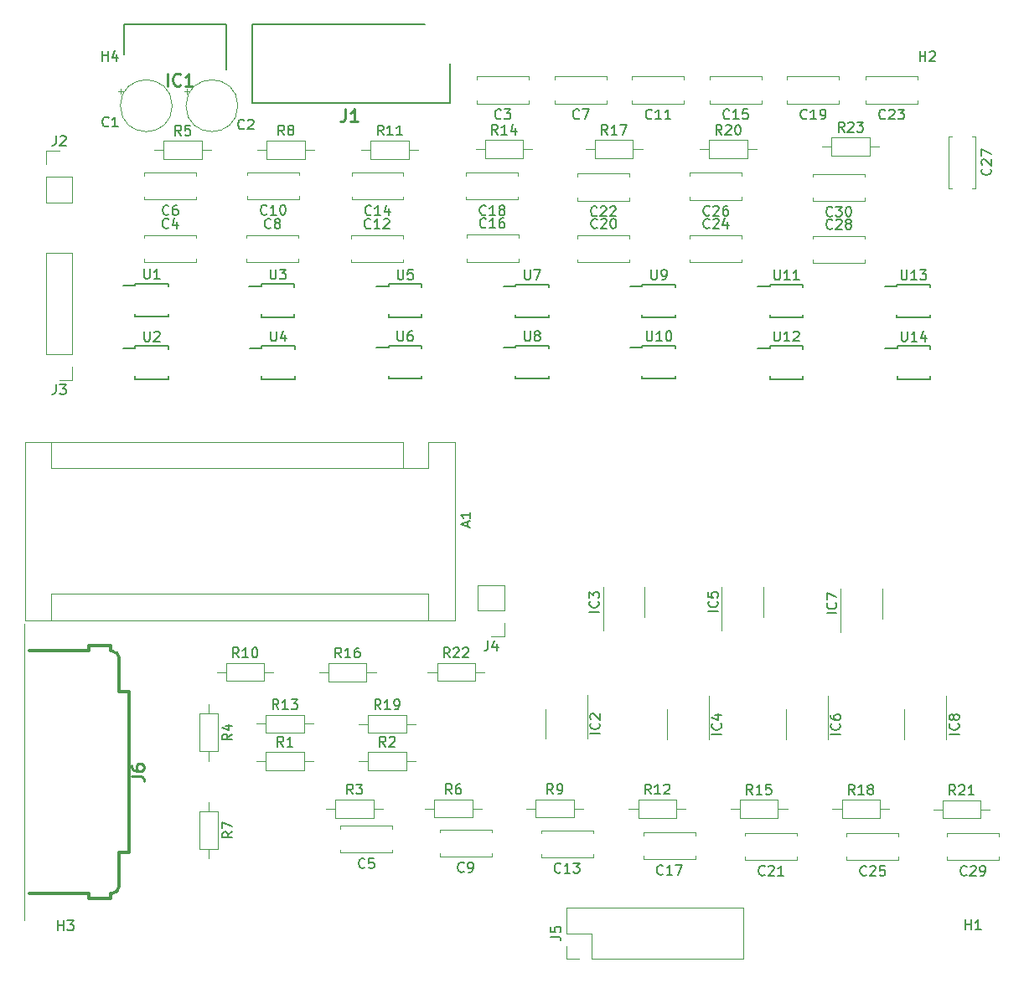
<source format=gbr>
G04 #@! TF.GenerationSoftware,KiCad,Pcbnew,(5.1.5)-3*
G04 #@! TF.CreationDate,2020-09-10T17:06:43+02:00*
G04 #@! TF.ProjectId,MultipleVoltageSource2.0,4d756c74-6970-46c6-9556-6f6c74616765,rev?*
G04 #@! TF.SameCoordinates,Original*
G04 #@! TF.FileFunction,Legend,Top*
G04 #@! TF.FilePolarity,Positive*
%FSLAX46Y46*%
G04 Gerber Fmt 4.6, Leading zero omitted, Abs format (unit mm)*
G04 Created by KiCad (PCBNEW (5.1.5)-3) date 2020-09-10 17:06:43*
%MOMM*%
%LPD*%
G04 APERTURE LIST*
%ADD10C,0.120000*%
%ADD11C,0.150000*%
%ADD12C,0.200000*%
%ADD13C,0.010000*%
%ADD14C,0.300000*%
%ADD15C,0.254000*%
G04 APERTURE END LIST*
D10*
X118355225Y-55044000D02*
X118355225Y-55544000D01*
X118105225Y-55294000D02*
X118605225Y-55294000D01*
X123530000Y-56769000D02*
G75*
G03X123530000Y-56769000I-2620000J0D01*
G01*
X111725225Y-55044000D02*
X111725225Y-55544000D01*
X111475225Y-55294000D02*
X111975225Y-55294000D01*
X116900000Y-56769000D02*
G75*
G03X116900000Y-56769000I-2620000J0D01*
G01*
X104156200Y-61357200D02*
X105486200Y-61357200D01*
X104156200Y-62687200D02*
X104156200Y-61357200D01*
X104156200Y-63957200D02*
X106816200Y-63957200D01*
X106816200Y-63957200D02*
X106816200Y-66557200D01*
X104156200Y-63957200D02*
X104156200Y-66557200D01*
X104156200Y-66557200D02*
X106816200Y-66557200D01*
X150453400Y-110423000D02*
X149123400Y-110423000D01*
X150453400Y-109093000D02*
X150453400Y-110423000D01*
X150453400Y-107823000D02*
X147793400Y-107823000D01*
X147793400Y-107823000D02*
X147793400Y-105223000D01*
X150453400Y-107823000D02*
X150453400Y-105223000D01*
X150453400Y-105223000D02*
X147793400Y-105223000D01*
D11*
X190131600Y-75074400D02*
X188906600Y-75074400D01*
X190131600Y-78199400D02*
X193481600Y-78199400D01*
X190131600Y-74849400D02*
X193481600Y-74849400D01*
X190131600Y-78199400D02*
X190131600Y-77899400D01*
X193481600Y-78199400D02*
X193481600Y-77899400D01*
X193481600Y-74849400D02*
X193481600Y-75149400D01*
X190131600Y-74849400D02*
X190131600Y-75074400D01*
X125904401Y-75012061D02*
X124679401Y-75012061D01*
X125904401Y-78137061D02*
X129254401Y-78137061D01*
X125904401Y-74787061D02*
X129254401Y-74787061D01*
X125904401Y-78137061D02*
X125904401Y-77837061D01*
X129254401Y-78137061D02*
X129254401Y-77837061D01*
X129254401Y-74787061D02*
X129254401Y-75087061D01*
X125904401Y-74787061D02*
X125904401Y-75012061D01*
X113167000Y-81279400D02*
X111942000Y-81279400D01*
X113167000Y-84404400D02*
X116517000Y-84404400D01*
X113167000Y-81054400D02*
X116517000Y-81054400D01*
X113167000Y-84404400D02*
X113167000Y-84104400D01*
X116517000Y-84404400D02*
X116517000Y-84104400D01*
X116517000Y-81054400D02*
X116517000Y-81354400D01*
X113167000Y-81054400D02*
X113167000Y-81279400D01*
X125934600Y-81052800D02*
X125934600Y-81277800D01*
X129284600Y-81052800D02*
X129284600Y-81352800D01*
X129284600Y-84402800D02*
X129284600Y-84102800D01*
X125934600Y-84402800D02*
X125934600Y-84102800D01*
X125934600Y-81052800D02*
X129284600Y-81052800D01*
X125934600Y-84402800D02*
X129284600Y-84402800D01*
X125934600Y-81277800D02*
X124709600Y-81277800D01*
X113147001Y-74971661D02*
X111922001Y-74971661D01*
X113147001Y-78096661D02*
X116497001Y-78096661D01*
X113147001Y-74746661D02*
X116497001Y-74746661D01*
X113147001Y-78096661D02*
X113147001Y-77796661D01*
X116497001Y-78096661D02*
X116497001Y-77796661D01*
X116497001Y-74746661D02*
X116497001Y-75046661D01*
X113147001Y-74746661D02*
X113147001Y-74971661D01*
D10*
X164640600Y-106958200D02*
X164640600Y-105458200D01*
X164640600Y-106958200D02*
X164640600Y-108458200D01*
X160420600Y-106958200D02*
X160420600Y-105458200D01*
X160420600Y-106958200D02*
X160420600Y-109833200D01*
X198070000Y-59880000D02*
X198070000Y-65120000D01*
X195330000Y-59880000D02*
X195330000Y-65120000D01*
X198070000Y-59880000D02*
X197755000Y-59880000D01*
X195645000Y-59880000D02*
X195330000Y-59880000D01*
X198070000Y-65120000D02*
X197755000Y-65120000D01*
X195645000Y-65120000D02*
X195330000Y-65120000D01*
X140255000Y-93445000D02*
X142795000Y-93445000D01*
X142795000Y-93445000D02*
X142795000Y-90775000D01*
X140255000Y-90775000D02*
X102025000Y-90775000D01*
X145465000Y-90775000D02*
X142795000Y-90775000D01*
X142795000Y-106145000D02*
X142795000Y-108815000D01*
X142795000Y-106145000D02*
X104695000Y-106145000D01*
X104695000Y-106145000D02*
X104695000Y-108815000D01*
X140255000Y-93445000D02*
X140255000Y-90775000D01*
X140255000Y-93445000D02*
X104695000Y-93445000D01*
X104695000Y-93445000D02*
X104695000Y-90775000D01*
X102025000Y-90775000D02*
X102025000Y-108815000D01*
X102025000Y-108815000D02*
X145465000Y-108815000D01*
X145465000Y-108815000D02*
X145465000Y-90775000D01*
X147670000Y-54115000D02*
X147670000Y-53800000D01*
X147670000Y-56540000D02*
X147670000Y-56225000D01*
X152910000Y-54115000D02*
X152910000Y-53800000D01*
X152910000Y-56540000D02*
X152910000Y-56225000D01*
X152910000Y-53800000D02*
X147670000Y-53800000D01*
X152910000Y-56540000D02*
X147670000Y-56540000D01*
X114080000Y-69840000D02*
X119320000Y-69840000D01*
X114080000Y-72580000D02*
X119320000Y-72580000D01*
X114080000Y-69840000D02*
X114080000Y-70155000D01*
X114080000Y-72265000D02*
X114080000Y-72580000D01*
X119320000Y-69840000D02*
X119320000Y-70155000D01*
X119320000Y-72265000D02*
X119320000Y-72580000D01*
X133910000Y-129875000D02*
X133910000Y-129560000D01*
X133910000Y-132300000D02*
X133910000Y-131985000D01*
X139150000Y-129875000D02*
X139150000Y-129560000D01*
X139150000Y-132300000D02*
X139150000Y-131985000D01*
X139150000Y-129560000D02*
X133910000Y-129560000D01*
X139150000Y-132300000D02*
X133910000Y-132300000D01*
X114090000Y-63825000D02*
X114090000Y-63510000D01*
X114090000Y-66250000D02*
X114090000Y-65935000D01*
X119330000Y-63825000D02*
X119330000Y-63510000D01*
X119330000Y-66250000D02*
X119330000Y-65935000D01*
X119330000Y-63510000D02*
X114090000Y-63510000D01*
X119330000Y-66250000D02*
X114090000Y-66250000D01*
X160800000Y-56540000D02*
X155560000Y-56540000D01*
X160800000Y-53800000D02*
X155560000Y-53800000D01*
X160800000Y-56540000D02*
X160800000Y-56225000D01*
X160800000Y-54115000D02*
X160800000Y-53800000D01*
X155560000Y-56540000D02*
X155560000Y-56225000D01*
X155560000Y-54115000D02*
X155560000Y-53800000D01*
X124410000Y-69850000D02*
X129650000Y-69850000D01*
X124410000Y-72590000D02*
X129650000Y-72590000D01*
X124410000Y-69850000D02*
X124410000Y-70165000D01*
X124410000Y-72275000D02*
X124410000Y-72590000D01*
X129650000Y-69850000D02*
X129650000Y-70165000D01*
X129650000Y-72275000D02*
X129650000Y-72590000D01*
X143920000Y-130265000D02*
X143920000Y-129950000D01*
X143920000Y-132690000D02*
X143920000Y-132375000D01*
X149160000Y-130265000D02*
X149160000Y-129950000D01*
X149160000Y-132690000D02*
X149160000Y-132375000D01*
X149160000Y-129950000D02*
X143920000Y-129950000D01*
X149160000Y-132690000D02*
X143920000Y-132690000D01*
X129720000Y-66220000D02*
X124480000Y-66220000D01*
X129720000Y-63480000D02*
X124480000Y-63480000D01*
X129720000Y-66220000D02*
X129720000Y-65905000D01*
X129720000Y-63795000D02*
X129720000Y-63480000D01*
X124480000Y-66220000D02*
X124480000Y-65905000D01*
X124480000Y-63795000D02*
X124480000Y-63480000D01*
X163380000Y-54125000D02*
X163380000Y-53810000D01*
X163380000Y-56550000D02*
X163380000Y-56235000D01*
X168620000Y-54125000D02*
X168620000Y-53810000D01*
X168620000Y-56550000D02*
X168620000Y-56235000D01*
X168620000Y-53810000D02*
X163380000Y-53810000D01*
X168620000Y-56550000D02*
X163380000Y-56550000D01*
X134960000Y-69880000D02*
X140200000Y-69880000D01*
X134960000Y-72620000D02*
X140200000Y-72620000D01*
X134960000Y-69880000D02*
X134960000Y-70195000D01*
X134960000Y-72305000D02*
X134960000Y-72620000D01*
X140200000Y-69880000D02*
X140200000Y-70195000D01*
X140200000Y-72305000D02*
X140200000Y-72620000D01*
X159410000Y-132770000D02*
X154170000Y-132770000D01*
X159410000Y-130030000D02*
X154170000Y-130030000D01*
X159410000Y-132770000D02*
X159410000Y-132455000D01*
X159410000Y-130345000D02*
X159410000Y-130030000D01*
X154170000Y-132770000D02*
X154170000Y-132455000D01*
X154170000Y-130345000D02*
X154170000Y-130030000D01*
X135020000Y-63845000D02*
X135020000Y-63530000D01*
X135020000Y-66270000D02*
X135020000Y-65955000D01*
X140260000Y-63845000D02*
X140260000Y-63530000D01*
X140260000Y-66270000D02*
X140260000Y-65955000D01*
X140260000Y-63530000D02*
X135020000Y-63530000D01*
X140260000Y-66270000D02*
X135020000Y-66270000D01*
X171220000Y-54115000D02*
X171220000Y-53800000D01*
X171220000Y-56540000D02*
X171220000Y-56225000D01*
X176460000Y-54115000D02*
X176460000Y-53800000D01*
X176460000Y-56540000D02*
X176460000Y-56225000D01*
X176460000Y-53800000D02*
X171220000Y-53800000D01*
X176460000Y-56540000D02*
X171220000Y-56540000D01*
X151870000Y-72235000D02*
X151870000Y-72550000D01*
X151870000Y-69810000D02*
X151870000Y-70125000D01*
X146630000Y-72235000D02*
X146630000Y-72550000D01*
X146630000Y-69810000D02*
X146630000Y-70125000D01*
X146630000Y-72550000D02*
X151870000Y-72550000D01*
X146630000Y-69810000D02*
X151870000Y-69810000D01*
X164500000Y-130535000D02*
X164500000Y-130220000D01*
X164500000Y-132960000D02*
X164500000Y-132645000D01*
X169740000Y-130535000D02*
X169740000Y-130220000D01*
X169740000Y-132960000D02*
X169740000Y-132645000D01*
X169740000Y-130220000D02*
X164500000Y-130220000D01*
X169740000Y-132960000D02*
X164500000Y-132960000D01*
X151850000Y-66270000D02*
X146610000Y-66270000D01*
X151850000Y-63530000D02*
X146610000Y-63530000D01*
X151850000Y-66270000D02*
X151850000Y-65955000D01*
X151850000Y-63845000D02*
X151850000Y-63530000D01*
X146610000Y-66270000D02*
X146610000Y-65955000D01*
X146610000Y-63845000D02*
X146610000Y-63530000D01*
X184280000Y-56560000D02*
X179040000Y-56560000D01*
X184280000Y-53820000D02*
X179040000Y-53820000D01*
X184280000Y-56560000D02*
X184280000Y-56245000D01*
X184280000Y-54135000D02*
X184280000Y-53820000D01*
X179040000Y-56560000D02*
X179040000Y-56245000D01*
X179040000Y-54135000D02*
X179040000Y-53820000D01*
X163110000Y-72285000D02*
X163110000Y-72600000D01*
X163110000Y-69860000D02*
X163110000Y-70175000D01*
X157870000Y-72285000D02*
X157870000Y-72600000D01*
X157870000Y-69860000D02*
X157870000Y-70175000D01*
X157870000Y-72600000D02*
X163110000Y-72600000D01*
X157870000Y-69860000D02*
X163110000Y-69860000D01*
X174790000Y-130605000D02*
X174790000Y-130290000D01*
X174790000Y-133030000D02*
X174790000Y-132715000D01*
X180030000Y-130605000D02*
X180030000Y-130290000D01*
X180030000Y-133030000D02*
X180030000Y-132715000D01*
X180030000Y-130290000D02*
X174790000Y-130290000D01*
X180030000Y-133030000D02*
X174790000Y-133030000D01*
X163080000Y-66360000D02*
X157840000Y-66360000D01*
X163080000Y-63620000D02*
X157840000Y-63620000D01*
X163080000Y-66360000D02*
X163080000Y-66045000D01*
X163080000Y-63935000D02*
X163080000Y-63620000D01*
X157840000Y-66360000D02*
X157840000Y-66045000D01*
X157840000Y-63935000D02*
X157840000Y-63620000D01*
X192200000Y-56550000D02*
X186960000Y-56550000D01*
X192200000Y-53810000D02*
X186960000Y-53810000D01*
X192200000Y-56550000D02*
X192200000Y-56235000D01*
X192200000Y-54125000D02*
X192200000Y-53810000D01*
X186960000Y-56550000D02*
X186960000Y-56235000D01*
X186960000Y-54125000D02*
X186960000Y-53810000D01*
X169210000Y-69860000D02*
X174450000Y-69860000D01*
X169210000Y-72600000D02*
X174450000Y-72600000D01*
X169210000Y-69860000D02*
X169210000Y-70175000D01*
X169210000Y-72285000D02*
X169210000Y-72600000D01*
X174450000Y-69860000D02*
X174450000Y-70175000D01*
X174450000Y-72285000D02*
X174450000Y-72600000D01*
X190290000Y-133050000D02*
X185050000Y-133050000D01*
X190290000Y-130310000D02*
X185050000Y-130310000D01*
X190290000Y-133050000D02*
X190290000Y-132735000D01*
X190290000Y-130625000D02*
X190290000Y-130310000D01*
X185050000Y-133050000D02*
X185050000Y-132735000D01*
X185050000Y-130625000D02*
X185050000Y-130310000D01*
X169220000Y-63875000D02*
X169220000Y-63560000D01*
X169220000Y-66300000D02*
X169220000Y-65985000D01*
X174460000Y-63875000D02*
X174460000Y-63560000D01*
X174460000Y-66300000D02*
X174460000Y-65985000D01*
X174460000Y-63560000D02*
X169220000Y-63560000D01*
X174460000Y-66300000D02*
X169220000Y-66300000D01*
X186870000Y-72345000D02*
X186870000Y-72660000D01*
X186870000Y-69920000D02*
X186870000Y-70235000D01*
X181630000Y-72345000D02*
X181630000Y-72660000D01*
X181630000Y-69920000D02*
X181630000Y-70235000D01*
X181630000Y-72660000D02*
X186870000Y-72660000D01*
X181630000Y-69920000D02*
X186870000Y-69920000D01*
X195190000Y-130625000D02*
X195190000Y-130310000D01*
X195190000Y-133050000D02*
X195190000Y-132735000D01*
X200430000Y-130625000D02*
X200430000Y-130310000D01*
X200430000Y-133050000D02*
X200430000Y-132735000D01*
X200430000Y-130310000D02*
X195190000Y-130310000D01*
X200430000Y-133050000D02*
X195190000Y-133050000D01*
X186860000Y-66390000D02*
X181620000Y-66390000D01*
X186860000Y-63650000D02*
X181620000Y-63650000D01*
X186860000Y-66390000D02*
X186860000Y-66075000D01*
X186860000Y-63965000D02*
X186860000Y-63650000D01*
X181620000Y-66390000D02*
X181620000Y-66075000D01*
X181620000Y-63965000D02*
X181620000Y-63650000D01*
D12*
X122400000Y-53105000D02*
X122400000Y-48505000D01*
X122400000Y-48505000D02*
X112000000Y-48505000D01*
X112000000Y-48505000D02*
X112000000Y-51575000D01*
D10*
X154610000Y-119270000D02*
X154610000Y-120770000D01*
X154610000Y-119270000D02*
X154610000Y-117770000D01*
X158830000Y-119270000D02*
X158830000Y-120770000D01*
X158830000Y-119270000D02*
X158830000Y-116395000D01*
X171120000Y-119320000D02*
X171120000Y-116445000D01*
X171120000Y-119320000D02*
X171120000Y-120820000D01*
X166900000Y-119320000D02*
X166900000Y-117820000D01*
X166900000Y-119320000D02*
X166900000Y-120820000D01*
X172430200Y-106943200D02*
X172430200Y-109818200D01*
X172430200Y-106943200D02*
X172430200Y-105443200D01*
X176650200Y-106943200D02*
X176650200Y-108443200D01*
X176650200Y-106943200D02*
X176650200Y-105443200D01*
X178890000Y-119330000D02*
X178890000Y-120830000D01*
X178890000Y-119330000D02*
X178890000Y-117830000D01*
X183110000Y-119330000D02*
X183110000Y-120830000D01*
X183110000Y-119330000D02*
X183110000Y-116455000D01*
X188637000Y-107111000D02*
X188637000Y-105611000D01*
X188637000Y-107111000D02*
X188637000Y-108611000D01*
X184417000Y-107111000D02*
X184417000Y-105611000D01*
X184417000Y-107111000D02*
X184417000Y-109986000D01*
X195115000Y-119320000D02*
X195115000Y-116445000D01*
X195115000Y-119320000D02*
X195115000Y-120820000D01*
X190895000Y-119320000D02*
X190895000Y-117820000D01*
X190895000Y-119320000D02*
X190895000Y-120820000D01*
D12*
X142450000Y-48525000D02*
X124950000Y-48525000D01*
X124950000Y-48525000D02*
X124950000Y-56525000D01*
X124950000Y-56525000D02*
X144950000Y-56525000D01*
X144950000Y-56525000D02*
X144950000Y-52525000D01*
D10*
X106820000Y-71670000D02*
X104160000Y-71670000D01*
X106820000Y-81890000D02*
X106820000Y-71670000D01*
X104160000Y-81890000D02*
X104160000Y-71670000D01*
X106820000Y-81890000D02*
X104160000Y-81890000D01*
X106820000Y-83160000D02*
X106820000Y-84490000D01*
X106820000Y-84490000D02*
X105490000Y-84490000D01*
X174600000Y-143050000D02*
X174600000Y-137850000D01*
X159300000Y-143050000D02*
X174600000Y-143050000D01*
X156700000Y-137850000D02*
X174600000Y-137850000D01*
X159300000Y-143050000D02*
X159300000Y-140450000D01*
X159300000Y-140450000D02*
X156700000Y-140450000D01*
X156700000Y-140450000D02*
X156700000Y-137850000D01*
X158030000Y-143050000D02*
X156700000Y-143050000D01*
X156700000Y-143050000D02*
X156700000Y-141720000D01*
D13*
X101981000Y-109155200D02*
X101981000Y-139155200D01*
D14*
X102481000Y-111875200D02*
X108511000Y-111875200D01*
X108511000Y-111875200D02*
X108511000Y-111375200D01*
X108511000Y-111375200D02*
X110661000Y-111375200D01*
X110661000Y-111375200D02*
X110661000Y-111875200D01*
X110661000Y-111875200D02*
X110761000Y-111875200D01*
X111561000Y-112675200D02*
X111561000Y-116055200D01*
X111561000Y-116055200D02*
X112571000Y-116055200D01*
X112571000Y-116055200D02*
X112571000Y-132255200D01*
X112571000Y-132255200D02*
X111561000Y-132255200D01*
X111561000Y-132255200D02*
X111561000Y-135635200D01*
X110761000Y-136435200D02*
X110661000Y-136435200D01*
X110661000Y-136435200D02*
X110661000Y-136935200D01*
X110661000Y-136935200D02*
X108511000Y-136935200D01*
X108511000Y-136935200D02*
X108511000Y-136435200D01*
X108511000Y-136435200D02*
X102481000Y-136435200D01*
X111561000Y-112675200D02*
G75*
G03X110761000Y-111875200I-800000J0D01*
G01*
X110761000Y-136435200D02*
G75*
G03X111561000Y-135635200I0J800000D01*
G01*
D10*
X126376800Y-122122800D02*
X126376800Y-123962800D01*
X126376800Y-123962800D02*
X130216800Y-123962800D01*
X130216800Y-123962800D02*
X130216800Y-122122800D01*
X130216800Y-122122800D02*
X126376800Y-122122800D01*
X125426800Y-123042800D02*
X126376800Y-123042800D01*
X131166800Y-123042800D02*
X130216800Y-123042800D01*
X141496800Y-123042800D02*
X140546800Y-123042800D01*
X135756800Y-123042800D02*
X136706800Y-123042800D01*
X140546800Y-122122800D02*
X136706800Y-122122800D01*
X140546800Y-123962800D02*
X140546800Y-122122800D01*
X136706800Y-123962800D02*
X140546800Y-123962800D01*
X136706800Y-122122800D02*
X136706800Y-123962800D01*
X138200000Y-127850000D02*
X137250000Y-127850000D01*
X132460000Y-127850000D02*
X133410000Y-127850000D01*
X137250000Y-126930000D02*
X133410000Y-126930000D01*
X137250000Y-128770000D02*
X137250000Y-126930000D01*
X133410000Y-128770000D02*
X137250000Y-128770000D01*
X133410000Y-126930000D02*
X133410000Y-128770000D01*
X121493800Y-118222000D02*
X119653800Y-118222000D01*
X119653800Y-118222000D02*
X119653800Y-122062000D01*
X119653800Y-122062000D02*
X121493800Y-122062000D01*
X121493800Y-122062000D02*
X121493800Y-118222000D01*
X120573800Y-117272000D02*
X120573800Y-118222000D01*
X120573800Y-123012000D02*
X120573800Y-122062000D01*
X120840000Y-61240000D02*
X119890000Y-61240000D01*
X115100000Y-61240000D02*
X116050000Y-61240000D01*
X119890000Y-60320000D02*
X116050000Y-60320000D01*
X119890000Y-62160000D02*
X119890000Y-60320000D01*
X116050000Y-62160000D02*
X119890000Y-62160000D01*
X116050000Y-60320000D02*
X116050000Y-62160000D01*
X148180801Y-127833461D02*
X147230801Y-127833461D01*
X142440801Y-127833461D02*
X143390801Y-127833461D01*
X147230801Y-126913461D02*
X143390801Y-126913461D01*
X147230801Y-128753461D02*
X147230801Y-126913461D01*
X143390801Y-128753461D02*
X147230801Y-128753461D01*
X143390801Y-126913461D02*
X143390801Y-128753461D01*
X121519200Y-128102600D02*
X119679200Y-128102600D01*
X119679200Y-128102600D02*
X119679200Y-131942600D01*
X119679200Y-131942600D02*
X121519200Y-131942600D01*
X121519200Y-131942600D02*
X121519200Y-128102600D01*
X120599200Y-127152600D02*
X120599200Y-128102600D01*
X120599200Y-132892600D02*
X120599200Y-131942600D01*
X126460000Y-60300000D02*
X126460000Y-62140000D01*
X126460000Y-62140000D02*
X130300000Y-62140000D01*
X130300000Y-62140000D02*
X130300000Y-60300000D01*
X130300000Y-60300000D02*
X126460000Y-60300000D01*
X125510000Y-61220000D02*
X126460000Y-61220000D01*
X131250000Y-61220000D02*
X130300000Y-61220000D01*
X153630000Y-126910000D02*
X153630000Y-128750000D01*
X153630000Y-128750000D02*
X157470000Y-128750000D01*
X157470000Y-128750000D02*
X157470000Y-126910000D01*
X157470000Y-126910000D02*
X153630000Y-126910000D01*
X152680000Y-127830000D02*
X153630000Y-127830000D01*
X158420000Y-127830000D02*
X157470000Y-127830000D01*
X127140000Y-114030000D02*
X126190000Y-114030000D01*
X121400000Y-114030000D02*
X122350000Y-114030000D01*
X126190000Y-113110000D02*
X122350000Y-113110000D01*
X126190000Y-114950000D02*
X126190000Y-113110000D01*
X122350000Y-114950000D02*
X126190000Y-114950000D01*
X122350000Y-113110000D02*
X122350000Y-114950000D01*
X141750000Y-61220000D02*
X140800000Y-61220000D01*
X136010000Y-61220000D02*
X136960000Y-61220000D01*
X140800000Y-60300000D02*
X136960000Y-60300000D01*
X140800000Y-62140000D02*
X140800000Y-60300000D01*
X136960000Y-62140000D02*
X140800000Y-62140000D01*
X136960000Y-60300000D02*
X136960000Y-62140000D01*
X168770000Y-127850000D02*
X167820000Y-127850000D01*
X163030000Y-127850000D02*
X163980000Y-127850000D01*
X167820000Y-126930000D02*
X163980000Y-126930000D01*
X167820000Y-128770000D02*
X167820000Y-126930000D01*
X163980000Y-128770000D02*
X167820000Y-128770000D01*
X163980000Y-126930000D02*
X163980000Y-128770000D01*
X126373200Y-118350000D02*
X126373200Y-120190000D01*
X126373200Y-120190000D02*
X130213200Y-120190000D01*
X130213200Y-120190000D02*
X130213200Y-118350000D01*
X130213200Y-118350000D02*
X126373200Y-118350000D01*
X125423200Y-119270000D02*
X126373200Y-119270000D01*
X131163200Y-119270000D02*
X130213200Y-119270000D01*
X148500000Y-60230000D02*
X148500000Y-62070000D01*
X148500000Y-62070000D02*
X152340000Y-62070000D01*
X152340000Y-62070000D02*
X152340000Y-60230000D01*
X152340000Y-60230000D02*
X148500000Y-60230000D01*
X147550000Y-61150000D02*
X148500000Y-61150000D01*
X153290000Y-61150000D02*
X152340000Y-61150000D01*
X179050000Y-127870000D02*
X178100000Y-127870000D01*
X173310000Y-127870000D02*
X174260000Y-127870000D01*
X178100000Y-126950000D02*
X174260000Y-126950000D01*
X178100000Y-128790000D02*
X178100000Y-126950000D01*
X174260000Y-128790000D02*
X178100000Y-128790000D01*
X174260000Y-126950000D02*
X174260000Y-128790000D01*
X132690000Y-113120000D02*
X132690000Y-114960000D01*
X132690000Y-114960000D02*
X136530000Y-114960000D01*
X136530000Y-114960000D02*
X136530000Y-113120000D01*
X136530000Y-113120000D02*
X132690000Y-113120000D01*
X131740000Y-114040000D02*
X132690000Y-114040000D01*
X137480000Y-114040000D02*
X136530000Y-114040000D01*
X159610000Y-60260000D02*
X159610000Y-62100000D01*
X159610000Y-62100000D02*
X163450000Y-62100000D01*
X163450000Y-62100000D02*
X163450000Y-60260000D01*
X163450000Y-60260000D02*
X159610000Y-60260000D01*
X158660000Y-61180000D02*
X159610000Y-61180000D01*
X164400000Y-61180000D02*
X163450000Y-61180000D01*
X189350000Y-127880000D02*
X188400000Y-127880000D01*
X183610000Y-127880000D02*
X184560000Y-127880000D01*
X188400000Y-126960000D02*
X184560000Y-126960000D01*
X188400000Y-128800000D02*
X188400000Y-126960000D01*
X184560000Y-128800000D02*
X188400000Y-128800000D01*
X184560000Y-126960000D02*
X184560000Y-128800000D01*
X136693200Y-118360000D02*
X136693200Y-120200000D01*
X136693200Y-120200000D02*
X140533200Y-120200000D01*
X140533200Y-120200000D02*
X140533200Y-118360000D01*
X140533200Y-118360000D02*
X136693200Y-118360000D01*
X135743200Y-119280000D02*
X136693200Y-119280000D01*
X141483200Y-119280000D02*
X140533200Y-119280000D01*
X171150000Y-60260000D02*
X171150000Y-62100000D01*
X171150000Y-62100000D02*
X174990000Y-62100000D01*
X174990000Y-62100000D02*
X174990000Y-60260000D01*
X174990000Y-60260000D02*
X171150000Y-60260000D01*
X170200000Y-61180000D02*
X171150000Y-61180000D01*
X175940000Y-61180000D02*
X174990000Y-61180000D01*
X199520000Y-127920000D02*
X198570000Y-127920000D01*
X193780000Y-127920000D02*
X194730000Y-127920000D01*
X198570000Y-127000000D02*
X194730000Y-127000000D01*
X198570000Y-128840000D02*
X198570000Y-127000000D01*
X194730000Y-128840000D02*
X198570000Y-128840000D01*
X194730000Y-127000000D02*
X194730000Y-128840000D01*
X143660000Y-113110000D02*
X143660000Y-114950000D01*
X143660000Y-114950000D02*
X147500000Y-114950000D01*
X147500000Y-114950000D02*
X147500000Y-113110000D01*
X147500000Y-113110000D02*
X143660000Y-113110000D01*
X142710000Y-114030000D02*
X143660000Y-114030000D01*
X148450000Y-114030000D02*
X147500000Y-114030000D01*
X188320000Y-60890000D02*
X187370000Y-60890000D01*
X182580000Y-60890000D02*
X183530000Y-60890000D01*
X187370000Y-59970000D02*
X183530000Y-59970000D01*
X187370000Y-61810000D02*
X187370000Y-59970000D01*
X183530000Y-61810000D02*
X187370000Y-61810000D01*
X183530000Y-59970000D02*
X183530000Y-61810000D01*
D11*
X138762800Y-74814000D02*
X138762800Y-75039000D01*
X142112800Y-74814000D02*
X142112800Y-75114000D01*
X142112800Y-78164000D02*
X142112800Y-77864000D01*
X138762800Y-78164000D02*
X138762800Y-77864000D01*
X138762800Y-74814000D02*
X142112800Y-74814000D01*
X138762800Y-78164000D02*
X142112800Y-78164000D01*
X138762800Y-75039000D02*
X137537800Y-75039000D01*
X138761600Y-81027400D02*
X138761600Y-81252400D01*
X142111600Y-81027400D02*
X142111600Y-81327400D01*
X142111600Y-84377400D02*
X142111600Y-84077400D01*
X138761600Y-84377400D02*
X138761600Y-84077400D01*
X138761600Y-81027400D02*
X142111600Y-81027400D01*
X138761600Y-84377400D02*
X142111600Y-84377400D01*
X138761600Y-81252400D02*
X137536600Y-81252400D01*
X151601200Y-75053600D02*
X150376200Y-75053600D01*
X151601200Y-78178600D02*
X154951200Y-78178600D01*
X151601200Y-74828600D02*
X154951200Y-74828600D01*
X151601200Y-78178600D02*
X151601200Y-77878600D01*
X154951200Y-78178600D02*
X154951200Y-77878600D01*
X154951200Y-74828600D02*
X154951200Y-75128600D01*
X151601200Y-74828600D02*
X151601200Y-75053600D01*
X151588600Y-81027400D02*
X151588600Y-81252400D01*
X154938600Y-81027400D02*
X154938600Y-81327400D01*
X154938600Y-84377400D02*
X154938600Y-84077400D01*
X151588600Y-84377400D02*
X151588600Y-84077400D01*
X151588600Y-81027400D02*
X154938600Y-81027400D01*
X151588600Y-84377400D02*
X154938600Y-84377400D01*
X151588600Y-81252400D02*
X150363600Y-81252400D01*
X164385401Y-74832861D02*
X164385401Y-75057861D01*
X167735401Y-74832861D02*
X167735401Y-75132861D01*
X167735401Y-78182861D02*
X167735401Y-77882861D01*
X164385401Y-78182861D02*
X164385401Y-77882861D01*
X164385401Y-74832861D02*
X167735401Y-74832861D01*
X164385401Y-78182861D02*
X167735401Y-78182861D01*
X164385401Y-75057861D02*
X163160401Y-75057861D01*
X164390200Y-81252400D02*
X163165200Y-81252400D01*
X164390200Y-84377400D02*
X167740200Y-84377400D01*
X164390200Y-81027400D02*
X167740200Y-81027400D01*
X164390200Y-84377400D02*
X164390200Y-84077400D01*
X167740200Y-84377400D02*
X167740200Y-84077400D01*
X167740200Y-81027400D02*
X167740200Y-81327400D01*
X164390200Y-81027400D02*
X164390200Y-81252400D01*
X177293601Y-75062861D02*
X176068601Y-75062861D01*
X177293601Y-78187861D02*
X180643601Y-78187861D01*
X177293601Y-74837861D02*
X180643601Y-74837861D01*
X177293601Y-78187861D02*
X177293601Y-77887861D01*
X180643601Y-78187861D02*
X180643601Y-77887861D01*
X180643601Y-74837861D02*
X180643601Y-75137861D01*
X177293601Y-74837861D02*
X177293601Y-75062861D01*
X177283600Y-81052800D02*
X177283600Y-81277800D01*
X180633600Y-81052800D02*
X180633600Y-81352800D01*
X180633600Y-84402800D02*
X180633600Y-84102800D01*
X177283600Y-84402800D02*
X177283600Y-84102800D01*
X177283600Y-81052800D02*
X180633600Y-81052800D01*
X177283600Y-84402800D02*
X180633600Y-84402800D01*
X177283600Y-81277800D02*
X176058600Y-81277800D01*
X190145800Y-81054400D02*
X190145800Y-81279400D01*
X193495800Y-81054400D02*
X193495800Y-81354400D01*
X193495800Y-84404400D02*
X193495800Y-84104400D01*
X190145800Y-84404400D02*
X190145800Y-84104400D01*
X190145800Y-81054400D02*
X193495800Y-81054400D01*
X190145800Y-84404400D02*
X193495800Y-84404400D01*
X190145800Y-81279400D02*
X188920800Y-81279400D01*
X124166333Y-59056542D02*
X124118714Y-59104161D01*
X123975857Y-59151780D01*
X123880619Y-59151780D01*
X123737761Y-59104161D01*
X123642523Y-59008923D01*
X123594904Y-58913685D01*
X123547285Y-58723209D01*
X123547285Y-58580352D01*
X123594904Y-58389876D01*
X123642523Y-58294638D01*
X123737761Y-58199400D01*
X123880619Y-58151780D01*
X123975857Y-58151780D01*
X124118714Y-58199400D01*
X124166333Y-58247019D01*
X124547285Y-58247019D02*
X124594904Y-58199400D01*
X124690142Y-58151780D01*
X124928238Y-58151780D01*
X125023476Y-58199400D01*
X125071095Y-58247019D01*
X125118714Y-58342257D01*
X125118714Y-58437495D01*
X125071095Y-58580352D01*
X124499666Y-59151780D01*
X125118714Y-59151780D01*
X110475733Y-58802542D02*
X110428114Y-58850161D01*
X110285257Y-58897780D01*
X110190019Y-58897780D01*
X110047161Y-58850161D01*
X109951923Y-58754923D01*
X109904304Y-58659685D01*
X109856685Y-58469209D01*
X109856685Y-58326352D01*
X109904304Y-58135876D01*
X109951923Y-58040638D01*
X110047161Y-57945400D01*
X110190019Y-57897780D01*
X110285257Y-57897780D01*
X110428114Y-57945400D01*
X110475733Y-57993019D01*
X111428114Y-58897780D02*
X110856685Y-58897780D01*
X111142400Y-58897780D02*
X111142400Y-57897780D01*
X111047161Y-58040638D01*
X110951923Y-58135876D01*
X110856685Y-58183495D01*
X105152866Y-59809580D02*
X105152866Y-60523866D01*
X105105247Y-60666723D01*
X105010009Y-60761961D01*
X104867152Y-60809580D01*
X104771914Y-60809580D01*
X105581438Y-59904819D02*
X105629057Y-59857200D01*
X105724295Y-59809580D01*
X105962390Y-59809580D01*
X106057628Y-59857200D01*
X106105247Y-59904819D01*
X106152866Y-60000057D01*
X106152866Y-60095295D01*
X106105247Y-60238152D01*
X105533819Y-60809580D01*
X106152866Y-60809580D01*
X148790066Y-110875380D02*
X148790066Y-111589666D01*
X148742447Y-111732523D01*
X148647209Y-111827761D01*
X148504352Y-111875380D01*
X148409114Y-111875380D01*
X149694828Y-111208714D02*
X149694828Y-111875380D01*
X149456733Y-110827761D02*
X149218638Y-111542047D01*
X149837685Y-111542047D01*
X190568504Y-73376780D02*
X190568504Y-74186304D01*
X190616123Y-74281542D01*
X190663742Y-74329161D01*
X190758980Y-74376780D01*
X190949457Y-74376780D01*
X191044695Y-74329161D01*
X191092314Y-74281542D01*
X191139933Y-74186304D01*
X191139933Y-73376780D01*
X192139933Y-74376780D02*
X191568504Y-74376780D01*
X191854219Y-74376780D02*
X191854219Y-73376780D01*
X191758980Y-73519638D01*
X191663742Y-73614876D01*
X191568504Y-73662495D01*
X192473266Y-73376780D02*
X193092314Y-73376780D01*
X192758980Y-73757733D01*
X192901838Y-73757733D01*
X192997076Y-73805352D01*
X193044695Y-73852971D01*
X193092314Y-73948209D01*
X193092314Y-74186304D01*
X193044695Y-74281542D01*
X192997076Y-74329161D01*
X192901838Y-74376780D01*
X192616123Y-74376780D01*
X192520885Y-74329161D01*
X192473266Y-74281542D01*
X126817496Y-73314441D02*
X126817496Y-74123965D01*
X126865115Y-74219203D01*
X126912734Y-74266822D01*
X127007972Y-74314441D01*
X127198448Y-74314441D01*
X127293686Y-74266822D01*
X127341305Y-74219203D01*
X127388924Y-74123965D01*
X127388924Y-73314441D01*
X127769877Y-73314441D02*
X128388924Y-73314441D01*
X128055591Y-73695394D01*
X128198448Y-73695394D01*
X128293686Y-73743013D01*
X128341305Y-73790632D01*
X128388924Y-73885870D01*
X128388924Y-74123965D01*
X128341305Y-74219203D01*
X128293686Y-74266822D01*
X128198448Y-74314441D01*
X127912734Y-74314441D01*
X127817496Y-74266822D01*
X127769877Y-74219203D01*
X114080095Y-79581780D02*
X114080095Y-80391304D01*
X114127714Y-80486542D01*
X114175333Y-80534161D01*
X114270571Y-80581780D01*
X114461047Y-80581780D01*
X114556285Y-80534161D01*
X114603904Y-80486542D01*
X114651523Y-80391304D01*
X114651523Y-79581780D01*
X115080095Y-79677019D02*
X115127714Y-79629400D01*
X115222952Y-79581780D01*
X115461047Y-79581780D01*
X115556285Y-79629400D01*
X115603904Y-79677019D01*
X115651523Y-79772257D01*
X115651523Y-79867495D01*
X115603904Y-80010352D01*
X115032476Y-80581780D01*
X115651523Y-80581780D01*
X126847695Y-79580180D02*
X126847695Y-80389704D01*
X126895314Y-80484942D01*
X126942933Y-80532561D01*
X127038171Y-80580180D01*
X127228647Y-80580180D01*
X127323885Y-80532561D01*
X127371504Y-80484942D01*
X127419123Y-80389704D01*
X127419123Y-79580180D01*
X128323885Y-79913514D02*
X128323885Y-80580180D01*
X128085790Y-79532561D02*
X127847695Y-80246847D01*
X128466742Y-80246847D01*
X114060096Y-73274041D02*
X114060096Y-74083565D01*
X114107715Y-74178803D01*
X114155334Y-74226422D01*
X114250572Y-74274041D01*
X114441048Y-74274041D01*
X114536286Y-74226422D01*
X114583905Y-74178803D01*
X114631524Y-74083565D01*
X114631524Y-73274041D01*
X115631524Y-74274041D02*
X115060096Y-74274041D01*
X115345810Y-74274041D02*
X115345810Y-73274041D01*
X115250572Y-73416899D01*
X115155334Y-73512137D01*
X115060096Y-73559756D01*
X160032980Y-107934390D02*
X159032980Y-107934390D01*
X159937742Y-106886771D02*
X159985361Y-106934390D01*
X160032980Y-107077247D01*
X160032980Y-107172485D01*
X159985361Y-107315342D01*
X159890123Y-107410580D01*
X159794885Y-107458200D01*
X159604409Y-107505819D01*
X159461552Y-107505819D01*
X159271076Y-107458200D01*
X159175838Y-107410580D01*
X159080600Y-107315342D01*
X159032980Y-107172485D01*
X159032980Y-107077247D01*
X159080600Y-106934390D01*
X159128219Y-106886771D01*
X159032980Y-106553438D02*
X159032980Y-105934390D01*
X159413933Y-106267723D01*
X159413933Y-106124866D01*
X159461552Y-106029628D01*
X159509171Y-105982009D01*
X159604409Y-105934390D01*
X159842504Y-105934390D01*
X159937742Y-105982009D01*
X159985361Y-106029628D01*
X160032980Y-106124866D01*
X160032980Y-106410580D01*
X159985361Y-106505819D01*
X159937742Y-106553438D01*
X199557142Y-63142857D02*
X199604761Y-63190476D01*
X199652380Y-63333333D01*
X199652380Y-63428571D01*
X199604761Y-63571428D01*
X199509523Y-63666666D01*
X199414285Y-63714285D01*
X199223809Y-63761904D01*
X199080952Y-63761904D01*
X198890476Y-63714285D01*
X198795238Y-63666666D01*
X198700000Y-63571428D01*
X198652380Y-63428571D01*
X198652380Y-63333333D01*
X198700000Y-63190476D01*
X198747619Y-63142857D01*
X198747619Y-62761904D02*
X198700000Y-62714285D01*
X198652380Y-62619047D01*
X198652380Y-62380952D01*
X198700000Y-62285714D01*
X198747619Y-62238095D01*
X198842857Y-62190476D01*
X198938095Y-62190476D01*
X199080952Y-62238095D01*
X199652380Y-62809523D01*
X199652380Y-62190476D01*
X198652380Y-61857142D02*
X198652380Y-61190476D01*
X199652380Y-61619047D01*
X146746666Y-99304285D02*
X146746666Y-98828095D01*
X147032380Y-99399523D02*
X146032380Y-99066190D01*
X147032380Y-98732857D01*
X147032380Y-97875714D02*
X147032380Y-98447142D01*
X147032380Y-98161428D02*
X146032380Y-98161428D01*
X146175238Y-98256666D01*
X146270476Y-98351904D01*
X146318095Y-98447142D01*
X150123333Y-58027142D02*
X150075714Y-58074761D01*
X149932857Y-58122380D01*
X149837619Y-58122380D01*
X149694761Y-58074761D01*
X149599523Y-57979523D01*
X149551904Y-57884285D01*
X149504285Y-57693809D01*
X149504285Y-57550952D01*
X149551904Y-57360476D01*
X149599523Y-57265238D01*
X149694761Y-57170000D01*
X149837619Y-57122380D01*
X149932857Y-57122380D01*
X150075714Y-57170000D01*
X150123333Y-57217619D01*
X150456666Y-57122380D02*
X151075714Y-57122380D01*
X150742380Y-57503333D01*
X150885238Y-57503333D01*
X150980476Y-57550952D01*
X151028095Y-57598571D01*
X151075714Y-57693809D01*
X151075714Y-57931904D01*
X151028095Y-58027142D01*
X150980476Y-58074761D01*
X150885238Y-58122380D01*
X150599523Y-58122380D01*
X150504285Y-58074761D01*
X150456666Y-58027142D01*
X116533333Y-69067142D02*
X116485714Y-69114761D01*
X116342857Y-69162380D01*
X116247619Y-69162380D01*
X116104761Y-69114761D01*
X116009523Y-69019523D01*
X115961904Y-68924285D01*
X115914285Y-68733809D01*
X115914285Y-68590952D01*
X115961904Y-68400476D01*
X116009523Y-68305238D01*
X116104761Y-68210000D01*
X116247619Y-68162380D01*
X116342857Y-68162380D01*
X116485714Y-68210000D01*
X116533333Y-68257619D01*
X117390476Y-68495714D02*
X117390476Y-69162380D01*
X117152380Y-68114761D02*
X116914285Y-68829047D01*
X117533333Y-68829047D01*
X136363333Y-133787142D02*
X136315714Y-133834761D01*
X136172857Y-133882380D01*
X136077619Y-133882380D01*
X135934761Y-133834761D01*
X135839523Y-133739523D01*
X135791904Y-133644285D01*
X135744285Y-133453809D01*
X135744285Y-133310952D01*
X135791904Y-133120476D01*
X135839523Y-133025238D01*
X135934761Y-132930000D01*
X136077619Y-132882380D01*
X136172857Y-132882380D01*
X136315714Y-132930000D01*
X136363333Y-132977619D01*
X137268095Y-132882380D02*
X136791904Y-132882380D01*
X136744285Y-133358571D01*
X136791904Y-133310952D01*
X136887142Y-133263333D01*
X137125238Y-133263333D01*
X137220476Y-133310952D01*
X137268095Y-133358571D01*
X137315714Y-133453809D01*
X137315714Y-133691904D01*
X137268095Y-133787142D01*
X137220476Y-133834761D01*
X137125238Y-133882380D01*
X136887142Y-133882380D01*
X136791904Y-133834761D01*
X136744285Y-133787142D01*
X116543333Y-67737142D02*
X116495714Y-67784761D01*
X116352857Y-67832380D01*
X116257619Y-67832380D01*
X116114761Y-67784761D01*
X116019523Y-67689523D01*
X115971904Y-67594285D01*
X115924285Y-67403809D01*
X115924285Y-67260952D01*
X115971904Y-67070476D01*
X116019523Y-66975238D01*
X116114761Y-66880000D01*
X116257619Y-66832380D01*
X116352857Y-66832380D01*
X116495714Y-66880000D01*
X116543333Y-66927619D01*
X117400476Y-66832380D02*
X117210000Y-66832380D01*
X117114761Y-66880000D01*
X117067142Y-66927619D01*
X116971904Y-67070476D01*
X116924285Y-67260952D01*
X116924285Y-67641904D01*
X116971904Y-67737142D01*
X117019523Y-67784761D01*
X117114761Y-67832380D01*
X117305238Y-67832380D01*
X117400476Y-67784761D01*
X117448095Y-67737142D01*
X117495714Y-67641904D01*
X117495714Y-67403809D01*
X117448095Y-67308571D01*
X117400476Y-67260952D01*
X117305238Y-67213333D01*
X117114761Y-67213333D01*
X117019523Y-67260952D01*
X116971904Y-67308571D01*
X116924285Y-67403809D01*
X158013333Y-58027142D02*
X157965714Y-58074761D01*
X157822857Y-58122380D01*
X157727619Y-58122380D01*
X157584761Y-58074761D01*
X157489523Y-57979523D01*
X157441904Y-57884285D01*
X157394285Y-57693809D01*
X157394285Y-57550952D01*
X157441904Y-57360476D01*
X157489523Y-57265238D01*
X157584761Y-57170000D01*
X157727619Y-57122380D01*
X157822857Y-57122380D01*
X157965714Y-57170000D01*
X158013333Y-57217619D01*
X158346666Y-57122380D02*
X159013333Y-57122380D01*
X158584761Y-58122380D01*
X126863333Y-69077142D02*
X126815714Y-69124761D01*
X126672857Y-69172380D01*
X126577619Y-69172380D01*
X126434761Y-69124761D01*
X126339523Y-69029523D01*
X126291904Y-68934285D01*
X126244285Y-68743809D01*
X126244285Y-68600952D01*
X126291904Y-68410476D01*
X126339523Y-68315238D01*
X126434761Y-68220000D01*
X126577619Y-68172380D01*
X126672857Y-68172380D01*
X126815714Y-68220000D01*
X126863333Y-68267619D01*
X127434761Y-68600952D02*
X127339523Y-68553333D01*
X127291904Y-68505714D01*
X127244285Y-68410476D01*
X127244285Y-68362857D01*
X127291904Y-68267619D01*
X127339523Y-68220000D01*
X127434761Y-68172380D01*
X127625238Y-68172380D01*
X127720476Y-68220000D01*
X127768095Y-68267619D01*
X127815714Y-68362857D01*
X127815714Y-68410476D01*
X127768095Y-68505714D01*
X127720476Y-68553333D01*
X127625238Y-68600952D01*
X127434761Y-68600952D01*
X127339523Y-68648571D01*
X127291904Y-68696190D01*
X127244285Y-68791428D01*
X127244285Y-68981904D01*
X127291904Y-69077142D01*
X127339523Y-69124761D01*
X127434761Y-69172380D01*
X127625238Y-69172380D01*
X127720476Y-69124761D01*
X127768095Y-69077142D01*
X127815714Y-68981904D01*
X127815714Y-68791428D01*
X127768095Y-68696190D01*
X127720476Y-68648571D01*
X127625238Y-68600952D01*
X146373333Y-134177142D02*
X146325714Y-134224761D01*
X146182857Y-134272380D01*
X146087619Y-134272380D01*
X145944761Y-134224761D01*
X145849523Y-134129523D01*
X145801904Y-134034285D01*
X145754285Y-133843809D01*
X145754285Y-133700952D01*
X145801904Y-133510476D01*
X145849523Y-133415238D01*
X145944761Y-133320000D01*
X146087619Y-133272380D01*
X146182857Y-133272380D01*
X146325714Y-133320000D01*
X146373333Y-133367619D01*
X146849523Y-134272380D02*
X147040000Y-134272380D01*
X147135238Y-134224761D01*
X147182857Y-134177142D01*
X147278095Y-134034285D01*
X147325714Y-133843809D01*
X147325714Y-133462857D01*
X147278095Y-133367619D01*
X147230476Y-133320000D01*
X147135238Y-133272380D01*
X146944761Y-133272380D01*
X146849523Y-133320000D01*
X146801904Y-133367619D01*
X146754285Y-133462857D01*
X146754285Y-133700952D01*
X146801904Y-133796190D01*
X146849523Y-133843809D01*
X146944761Y-133891428D01*
X147135238Y-133891428D01*
X147230476Y-133843809D01*
X147278095Y-133796190D01*
X147325714Y-133700952D01*
X126457142Y-67707142D02*
X126409523Y-67754761D01*
X126266666Y-67802380D01*
X126171428Y-67802380D01*
X126028571Y-67754761D01*
X125933333Y-67659523D01*
X125885714Y-67564285D01*
X125838095Y-67373809D01*
X125838095Y-67230952D01*
X125885714Y-67040476D01*
X125933333Y-66945238D01*
X126028571Y-66850000D01*
X126171428Y-66802380D01*
X126266666Y-66802380D01*
X126409523Y-66850000D01*
X126457142Y-66897619D01*
X127409523Y-67802380D02*
X126838095Y-67802380D01*
X127123809Y-67802380D02*
X127123809Y-66802380D01*
X127028571Y-66945238D01*
X126933333Y-67040476D01*
X126838095Y-67088095D01*
X128028571Y-66802380D02*
X128123809Y-66802380D01*
X128219047Y-66850000D01*
X128266666Y-66897619D01*
X128314285Y-66992857D01*
X128361904Y-67183333D01*
X128361904Y-67421428D01*
X128314285Y-67611904D01*
X128266666Y-67707142D01*
X128219047Y-67754761D01*
X128123809Y-67802380D01*
X128028571Y-67802380D01*
X127933333Y-67754761D01*
X127885714Y-67707142D01*
X127838095Y-67611904D01*
X127790476Y-67421428D01*
X127790476Y-67183333D01*
X127838095Y-66992857D01*
X127885714Y-66897619D01*
X127933333Y-66850000D01*
X128028571Y-66802380D01*
X165357142Y-58037142D02*
X165309523Y-58084761D01*
X165166666Y-58132380D01*
X165071428Y-58132380D01*
X164928571Y-58084761D01*
X164833333Y-57989523D01*
X164785714Y-57894285D01*
X164738095Y-57703809D01*
X164738095Y-57560952D01*
X164785714Y-57370476D01*
X164833333Y-57275238D01*
X164928571Y-57180000D01*
X165071428Y-57132380D01*
X165166666Y-57132380D01*
X165309523Y-57180000D01*
X165357142Y-57227619D01*
X166309523Y-58132380D02*
X165738095Y-58132380D01*
X166023809Y-58132380D02*
X166023809Y-57132380D01*
X165928571Y-57275238D01*
X165833333Y-57370476D01*
X165738095Y-57418095D01*
X167261904Y-58132380D02*
X166690476Y-58132380D01*
X166976190Y-58132380D02*
X166976190Y-57132380D01*
X166880952Y-57275238D01*
X166785714Y-57370476D01*
X166690476Y-57418095D01*
X136937142Y-69107142D02*
X136889523Y-69154761D01*
X136746666Y-69202380D01*
X136651428Y-69202380D01*
X136508571Y-69154761D01*
X136413333Y-69059523D01*
X136365714Y-68964285D01*
X136318095Y-68773809D01*
X136318095Y-68630952D01*
X136365714Y-68440476D01*
X136413333Y-68345238D01*
X136508571Y-68250000D01*
X136651428Y-68202380D01*
X136746666Y-68202380D01*
X136889523Y-68250000D01*
X136937142Y-68297619D01*
X137889523Y-69202380D02*
X137318095Y-69202380D01*
X137603809Y-69202380D02*
X137603809Y-68202380D01*
X137508571Y-68345238D01*
X137413333Y-68440476D01*
X137318095Y-68488095D01*
X138270476Y-68297619D02*
X138318095Y-68250000D01*
X138413333Y-68202380D01*
X138651428Y-68202380D01*
X138746666Y-68250000D01*
X138794285Y-68297619D01*
X138841904Y-68392857D01*
X138841904Y-68488095D01*
X138794285Y-68630952D01*
X138222857Y-69202380D01*
X138841904Y-69202380D01*
X156147142Y-134257142D02*
X156099523Y-134304761D01*
X155956666Y-134352380D01*
X155861428Y-134352380D01*
X155718571Y-134304761D01*
X155623333Y-134209523D01*
X155575714Y-134114285D01*
X155528095Y-133923809D01*
X155528095Y-133780952D01*
X155575714Y-133590476D01*
X155623333Y-133495238D01*
X155718571Y-133400000D01*
X155861428Y-133352380D01*
X155956666Y-133352380D01*
X156099523Y-133400000D01*
X156147142Y-133447619D01*
X157099523Y-134352380D02*
X156528095Y-134352380D01*
X156813809Y-134352380D02*
X156813809Y-133352380D01*
X156718571Y-133495238D01*
X156623333Y-133590476D01*
X156528095Y-133638095D01*
X157432857Y-133352380D02*
X158051904Y-133352380D01*
X157718571Y-133733333D01*
X157861428Y-133733333D01*
X157956666Y-133780952D01*
X158004285Y-133828571D01*
X158051904Y-133923809D01*
X158051904Y-134161904D01*
X158004285Y-134257142D01*
X157956666Y-134304761D01*
X157861428Y-134352380D01*
X157575714Y-134352380D01*
X157480476Y-134304761D01*
X157432857Y-134257142D01*
X136997142Y-67757142D02*
X136949523Y-67804761D01*
X136806666Y-67852380D01*
X136711428Y-67852380D01*
X136568571Y-67804761D01*
X136473333Y-67709523D01*
X136425714Y-67614285D01*
X136378095Y-67423809D01*
X136378095Y-67280952D01*
X136425714Y-67090476D01*
X136473333Y-66995238D01*
X136568571Y-66900000D01*
X136711428Y-66852380D01*
X136806666Y-66852380D01*
X136949523Y-66900000D01*
X136997142Y-66947619D01*
X137949523Y-67852380D02*
X137378095Y-67852380D01*
X137663809Y-67852380D02*
X137663809Y-66852380D01*
X137568571Y-66995238D01*
X137473333Y-67090476D01*
X137378095Y-67138095D01*
X138806666Y-67185714D02*
X138806666Y-67852380D01*
X138568571Y-66804761D02*
X138330476Y-67519047D01*
X138949523Y-67519047D01*
X173197142Y-58027142D02*
X173149523Y-58074761D01*
X173006666Y-58122380D01*
X172911428Y-58122380D01*
X172768571Y-58074761D01*
X172673333Y-57979523D01*
X172625714Y-57884285D01*
X172578095Y-57693809D01*
X172578095Y-57550952D01*
X172625714Y-57360476D01*
X172673333Y-57265238D01*
X172768571Y-57170000D01*
X172911428Y-57122380D01*
X173006666Y-57122380D01*
X173149523Y-57170000D01*
X173197142Y-57217619D01*
X174149523Y-58122380D02*
X173578095Y-58122380D01*
X173863809Y-58122380D02*
X173863809Y-57122380D01*
X173768571Y-57265238D01*
X173673333Y-57360476D01*
X173578095Y-57408095D01*
X175054285Y-57122380D02*
X174578095Y-57122380D01*
X174530476Y-57598571D01*
X174578095Y-57550952D01*
X174673333Y-57503333D01*
X174911428Y-57503333D01*
X175006666Y-57550952D01*
X175054285Y-57598571D01*
X175101904Y-57693809D01*
X175101904Y-57931904D01*
X175054285Y-58027142D01*
X175006666Y-58074761D01*
X174911428Y-58122380D01*
X174673333Y-58122380D01*
X174578095Y-58074761D01*
X174530476Y-58027142D01*
X148607142Y-69037142D02*
X148559523Y-69084761D01*
X148416666Y-69132380D01*
X148321428Y-69132380D01*
X148178571Y-69084761D01*
X148083333Y-68989523D01*
X148035714Y-68894285D01*
X147988095Y-68703809D01*
X147988095Y-68560952D01*
X148035714Y-68370476D01*
X148083333Y-68275238D01*
X148178571Y-68180000D01*
X148321428Y-68132380D01*
X148416666Y-68132380D01*
X148559523Y-68180000D01*
X148607142Y-68227619D01*
X149559523Y-69132380D02*
X148988095Y-69132380D01*
X149273809Y-69132380D02*
X149273809Y-68132380D01*
X149178571Y-68275238D01*
X149083333Y-68370476D01*
X148988095Y-68418095D01*
X150416666Y-68132380D02*
X150226190Y-68132380D01*
X150130952Y-68180000D01*
X150083333Y-68227619D01*
X149988095Y-68370476D01*
X149940476Y-68560952D01*
X149940476Y-68941904D01*
X149988095Y-69037142D01*
X150035714Y-69084761D01*
X150130952Y-69132380D01*
X150321428Y-69132380D01*
X150416666Y-69084761D01*
X150464285Y-69037142D01*
X150511904Y-68941904D01*
X150511904Y-68703809D01*
X150464285Y-68608571D01*
X150416666Y-68560952D01*
X150321428Y-68513333D01*
X150130952Y-68513333D01*
X150035714Y-68560952D01*
X149988095Y-68608571D01*
X149940476Y-68703809D01*
X166477142Y-134447142D02*
X166429523Y-134494761D01*
X166286666Y-134542380D01*
X166191428Y-134542380D01*
X166048571Y-134494761D01*
X165953333Y-134399523D01*
X165905714Y-134304285D01*
X165858095Y-134113809D01*
X165858095Y-133970952D01*
X165905714Y-133780476D01*
X165953333Y-133685238D01*
X166048571Y-133590000D01*
X166191428Y-133542380D01*
X166286666Y-133542380D01*
X166429523Y-133590000D01*
X166477142Y-133637619D01*
X167429523Y-134542380D02*
X166858095Y-134542380D01*
X167143809Y-134542380D02*
X167143809Y-133542380D01*
X167048571Y-133685238D01*
X166953333Y-133780476D01*
X166858095Y-133828095D01*
X167762857Y-133542380D02*
X168429523Y-133542380D01*
X168000952Y-134542380D01*
X148587142Y-67757142D02*
X148539523Y-67804761D01*
X148396666Y-67852380D01*
X148301428Y-67852380D01*
X148158571Y-67804761D01*
X148063333Y-67709523D01*
X148015714Y-67614285D01*
X147968095Y-67423809D01*
X147968095Y-67280952D01*
X148015714Y-67090476D01*
X148063333Y-66995238D01*
X148158571Y-66900000D01*
X148301428Y-66852380D01*
X148396666Y-66852380D01*
X148539523Y-66900000D01*
X148587142Y-66947619D01*
X149539523Y-67852380D02*
X148968095Y-67852380D01*
X149253809Y-67852380D02*
X149253809Y-66852380D01*
X149158571Y-66995238D01*
X149063333Y-67090476D01*
X148968095Y-67138095D01*
X150110952Y-67280952D02*
X150015714Y-67233333D01*
X149968095Y-67185714D01*
X149920476Y-67090476D01*
X149920476Y-67042857D01*
X149968095Y-66947619D01*
X150015714Y-66900000D01*
X150110952Y-66852380D01*
X150301428Y-66852380D01*
X150396666Y-66900000D01*
X150444285Y-66947619D01*
X150491904Y-67042857D01*
X150491904Y-67090476D01*
X150444285Y-67185714D01*
X150396666Y-67233333D01*
X150301428Y-67280952D01*
X150110952Y-67280952D01*
X150015714Y-67328571D01*
X149968095Y-67376190D01*
X149920476Y-67471428D01*
X149920476Y-67661904D01*
X149968095Y-67757142D01*
X150015714Y-67804761D01*
X150110952Y-67852380D01*
X150301428Y-67852380D01*
X150396666Y-67804761D01*
X150444285Y-67757142D01*
X150491904Y-67661904D01*
X150491904Y-67471428D01*
X150444285Y-67376190D01*
X150396666Y-67328571D01*
X150301428Y-67280952D01*
X181017142Y-58047142D02*
X180969523Y-58094761D01*
X180826666Y-58142380D01*
X180731428Y-58142380D01*
X180588571Y-58094761D01*
X180493333Y-57999523D01*
X180445714Y-57904285D01*
X180398095Y-57713809D01*
X180398095Y-57570952D01*
X180445714Y-57380476D01*
X180493333Y-57285238D01*
X180588571Y-57190000D01*
X180731428Y-57142380D01*
X180826666Y-57142380D01*
X180969523Y-57190000D01*
X181017142Y-57237619D01*
X181969523Y-58142380D02*
X181398095Y-58142380D01*
X181683809Y-58142380D02*
X181683809Y-57142380D01*
X181588571Y-57285238D01*
X181493333Y-57380476D01*
X181398095Y-57428095D01*
X182445714Y-58142380D02*
X182636190Y-58142380D01*
X182731428Y-58094761D01*
X182779047Y-58047142D01*
X182874285Y-57904285D01*
X182921904Y-57713809D01*
X182921904Y-57332857D01*
X182874285Y-57237619D01*
X182826666Y-57190000D01*
X182731428Y-57142380D01*
X182540952Y-57142380D01*
X182445714Y-57190000D01*
X182398095Y-57237619D01*
X182350476Y-57332857D01*
X182350476Y-57570952D01*
X182398095Y-57666190D01*
X182445714Y-57713809D01*
X182540952Y-57761428D01*
X182731428Y-57761428D01*
X182826666Y-57713809D01*
X182874285Y-57666190D01*
X182921904Y-57570952D01*
X159847142Y-69087142D02*
X159799523Y-69134761D01*
X159656666Y-69182380D01*
X159561428Y-69182380D01*
X159418571Y-69134761D01*
X159323333Y-69039523D01*
X159275714Y-68944285D01*
X159228095Y-68753809D01*
X159228095Y-68610952D01*
X159275714Y-68420476D01*
X159323333Y-68325238D01*
X159418571Y-68230000D01*
X159561428Y-68182380D01*
X159656666Y-68182380D01*
X159799523Y-68230000D01*
X159847142Y-68277619D01*
X160228095Y-68277619D02*
X160275714Y-68230000D01*
X160370952Y-68182380D01*
X160609047Y-68182380D01*
X160704285Y-68230000D01*
X160751904Y-68277619D01*
X160799523Y-68372857D01*
X160799523Y-68468095D01*
X160751904Y-68610952D01*
X160180476Y-69182380D01*
X160799523Y-69182380D01*
X161418571Y-68182380D02*
X161513809Y-68182380D01*
X161609047Y-68230000D01*
X161656666Y-68277619D01*
X161704285Y-68372857D01*
X161751904Y-68563333D01*
X161751904Y-68801428D01*
X161704285Y-68991904D01*
X161656666Y-69087142D01*
X161609047Y-69134761D01*
X161513809Y-69182380D01*
X161418571Y-69182380D01*
X161323333Y-69134761D01*
X161275714Y-69087142D01*
X161228095Y-68991904D01*
X161180476Y-68801428D01*
X161180476Y-68563333D01*
X161228095Y-68372857D01*
X161275714Y-68277619D01*
X161323333Y-68230000D01*
X161418571Y-68182380D01*
X176767142Y-134517142D02*
X176719523Y-134564761D01*
X176576666Y-134612380D01*
X176481428Y-134612380D01*
X176338571Y-134564761D01*
X176243333Y-134469523D01*
X176195714Y-134374285D01*
X176148095Y-134183809D01*
X176148095Y-134040952D01*
X176195714Y-133850476D01*
X176243333Y-133755238D01*
X176338571Y-133660000D01*
X176481428Y-133612380D01*
X176576666Y-133612380D01*
X176719523Y-133660000D01*
X176767142Y-133707619D01*
X177148095Y-133707619D02*
X177195714Y-133660000D01*
X177290952Y-133612380D01*
X177529047Y-133612380D01*
X177624285Y-133660000D01*
X177671904Y-133707619D01*
X177719523Y-133802857D01*
X177719523Y-133898095D01*
X177671904Y-134040952D01*
X177100476Y-134612380D01*
X177719523Y-134612380D01*
X178671904Y-134612380D02*
X178100476Y-134612380D01*
X178386190Y-134612380D02*
X178386190Y-133612380D01*
X178290952Y-133755238D01*
X178195714Y-133850476D01*
X178100476Y-133898095D01*
X159817142Y-67847142D02*
X159769523Y-67894761D01*
X159626666Y-67942380D01*
X159531428Y-67942380D01*
X159388571Y-67894761D01*
X159293333Y-67799523D01*
X159245714Y-67704285D01*
X159198095Y-67513809D01*
X159198095Y-67370952D01*
X159245714Y-67180476D01*
X159293333Y-67085238D01*
X159388571Y-66990000D01*
X159531428Y-66942380D01*
X159626666Y-66942380D01*
X159769523Y-66990000D01*
X159817142Y-67037619D01*
X160198095Y-67037619D02*
X160245714Y-66990000D01*
X160340952Y-66942380D01*
X160579047Y-66942380D01*
X160674285Y-66990000D01*
X160721904Y-67037619D01*
X160769523Y-67132857D01*
X160769523Y-67228095D01*
X160721904Y-67370952D01*
X160150476Y-67942380D01*
X160769523Y-67942380D01*
X161150476Y-67037619D02*
X161198095Y-66990000D01*
X161293333Y-66942380D01*
X161531428Y-66942380D01*
X161626666Y-66990000D01*
X161674285Y-67037619D01*
X161721904Y-67132857D01*
X161721904Y-67228095D01*
X161674285Y-67370952D01*
X161102857Y-67942380D01*
X161721904Y-67942380D01*
X188937142Y-58037142D02*
X188889523Y-58084761D01*
X188746666Y-58132380D01*
X188651428Y-58132380D01*
X188508571Y-58084761D01*
X188413333Y-57989523D01*
X188365714Y-57894285D01*
X188318095Y-57703809D01*
X188318095Y-57560952D01*
X188365714Y-57370476D01*
X188413333Y-57275238D01*
X188508571Y-57180000D01*
X188651428Y-57132380D01*
X188746666Y-57132380D01*
X188889523Y-57180000D01*
X188937142Y-57227619D01*
X189318095Y-57227619D02*
X189365714Y-57180000D01*
X189460952Y-57132380D01*
X189699047Y-57132380D01*
X189794285Y-57180000D01*
X189841904Y-57227619D01*
X189889523Y-57322857D01*
X189889523Y-57418095D01*
X189841904Y-57560952D01*
X189270476Y-58132380D01*
X189889523Y-58132380D01*
X190222857Y-57132380D02*
X190841904Y-57132380D01*
X190508571Y-57513333D01*
X190651428Y-57513333D01*
X190746666Y-57560952D01*
X190794285Y-57608571D01*
X190841904Y-57703809D01*
X190841904Y-57941904D01*
X190794285Y-58037142D01*
X190746666Y-58084761D01*
X190651428Y-58132380D01*
X190365714Y-58132380D01*
X190270476Y-58084761D01*
X190222857Y-58037142D01*
X171187142Y-69087142D02*
X171139523Y-69134761D01*
X170996666Y-69182380D01*
X170901428Y-69182380D01*
X170758571Y-69134761D01*
X170663333Y-69039523D01*
X170615714Y-68944285D01*
X170568095Y-68753809D01*
X170568095Y-68610952D01*
X170615714Y-68420476D01*
X170663333Y-68325238D01*
X170758571Y-68230000D01*
X170901428Y-68182380D01*
X170996666Y-68182380D01*
X171139523Y-68230000D01*
X171187142Y-68277619D01*
X171568095Y-68277619D02*
X171615714Y-68230000D01*
X171710952Y-68182380D01*
X171949047Y-68182380D01*
X172044285Y-68230000D01*
X172091904Y-68277619D01*
X172139523Y-68372857D01*
X172139523Y-68468095D01*
X172091904Y-68610952D01*
X171520476Y-69182380D01*
X172139523Y-69182380D01*
X172996666Y-68515714D02*
X172996666Y-69182380D01*
X172758571Y-68134761D02*
X172520476Y-68849047D01*
X173139523Y-68849047D01*
X187027142Y-134537142D02*
X186979523Y-134584761D01*
X186836666Y-134632380D01*
X186741428Y-134632380D01*
X186598571Y-134584761D01*
X186503333Y-134489523D01*
X186455714Y-134394285D01*
X186408095Y-134203809D01*
X186408095Y-134060952D01*
X186455714Y-133870476D01*
X186503333Y-133775238D01*
X186598571Y-133680000D01*
X186741428Y-133632380D01*
X186836666Y-133632380D01*
X186979523Y-133680000D01*
X187027142Y-133727619D01*
X187408095Y-133727619D02*
X187455714Y-133680000D01*
X187550952Y-133632380D01*
X187789047Y-133632380D01*
X187884285Y-133680000D01*
X187931904Y-133727619D01*
X187979523Y-133822857D01*
X187979523Y-133918095D01*
X187931904Y-134060952D01*
X187360476Y-134632380D01*
X187979523Y-134632380D01*
X188884285Y-133632380D02*
X188408095Y-133632380D01*
X188360476Y-134108571D01*
X188408095Y-134060952D01*
X188503333Y-134013333D01*
X188741428Y-134013333D01*
X188836666Y-134060952D01*
X188884285Y-134108571D01*
X188931904Y-134203809D01*
X188931904Y-134441904D01*
X188884285Y-134537142D01*
X188836666Y-134584761D01*
X188741428Y-134632380D01*
X188503333Y-134632380D01*
X188408095Y-134584761D01*
X188360476Y-134537142D01*
X171197142Y-67787142D02*
X171149523Y-67834761D01*
X171006666Y-67882380D01*
X170911428Y-67882380D01*
X170768571Y-67834761D01*
X170673333Y-67739523D01*
X170625714Y-67644285D01*
X170578095Y-67453809D01*
X170578095Y-67310952D01*
X170625714Y-67120476D01*
X170673333Y-67025238D01*
X170768571Y-66930000D01*
X170911428Y-66882380D01*
X171006666Y-66882380D01*
X171149523Y-66930000D01*
X171197142Y-66977619D01*
X171578095Y-66977619D02*
X171625714Y-66930000D01*
X171720952Y-66882380D01*
X171959047Y-66882380D01*
X172054285Y-66930000D01*
X172101904Y-66977619D01*
X172149523Y-67072857D01*
X172149523Y-67168095D01*
X172101904Y-67310952D01*
X171530476Y-67882380D01*
X172149523Y-67882380D01*
X173006666Y-66882380D02*
X172816190Y-66882380D01*
X172720952Y-66930000D01*
X172673333Y-66977619D01*
X172578095Y-67120476D01*
X172530476Y-67310952D01*
X172530476Y-67691904D01*
X172578095Y-67787142D01*
X172625714Y-67834761D01*
X172720952Y-67882380D01*
X172911428Y-67882380D01*
X173006666Y-67834761D01*
X173054285Y-67787142D01*
X173101904Y-67691904D01*
X173101904Y-67453809D01*
X173054285Y-67358571D01*
X173006666Y-67310952D01*
X172911428Y-67263333D01*
X172720952Y-67263333D01*
X172625714Y-67310952D01*
X172578095Y-67358571D01*
X172530476Y-67453809D01*
X183607142Y-69147142D02*
X183559523Y-69194761D01*
X183416666Y-69242380D01*
X183321428Y-69242380D01*
X183178571Y-69194761D01*
X183083333Y-69099523D01*
X183035714Y-69004285D01*
X182988095Y-68813809D01*
X182988095Y-68670952D01*
X183035714Y-68480476D01*
X183083333Y-68385238D01*
X183178571Y-68290000D01*
X183321428Y-68242380D01*
X183416666Y-68242380D01*
X183559523Y-68290000D01*
X183607142Y-68337619D01*
X183988095Y-68337619D02*
X184035714Y-68290000D01*
X184130952Y-68242380D01*
X184369047Y-68242380D01*
X184464285Y-68290000D01*
X184511904Y-68337619D01*
X184559523Y-68432857D01*
X184559523Y-68528095D01*
X184511904Y-68670952D01*
X183940476Y-69242380D01*
X184559523Y-69242380D01*
X185130952Y-68670952D02*
X185035714Y-68623333D01*
X184988095Y-68575714D01*
X184940476Y-68480476D01*
X184940476Y-68432857D01*
X184988095Y-68337619D01*
X185035714Y-68290000D01*
X185130952Y-68242380D01*
X185321428Y-68242380D01*
X185416666Y-68290000D01*
X185464285Y-68337619D01*
X185511904Y-68432857D01*
X185511904Y-68480476D01*
X185464285Y-68575714D01*
X185416666Y-68623333D01*
X185321428Y-68670952D01*
X185130952Y-68670952D01*
X185035714Y-68718571D01*
X184988095Y-68766190D01*
X184940476Y-68861428D01*
X184940476Y-69051904D01*
X184988095Y-69147142D01*
X185035714Y-69194761D01*
X185130952Y-69242380D01*
X185321428Y-69242380D01*
X185416666Y-69194761D01*
X185464285Y-69147142D01*
X185511904Y-69051904D01*
X185511904Y-68861428D01*
X185464285Y-68766190D01*
X185416666Y-68718571D01*
X185321428Y-68670952D01*
X197167142Y-134537142D02*
X197119523Y-134584761D01*
X196976666Y-134632380D01*
X196881428Y-134632380D01*
X196738571Y-134584761D01*
X196643333Y-134489523D01*
X196595714Y-134394285D01*
X196548095Y-134203809D01*
X196548095Y-134060952D01*
X196595714Y-133870476D01*
X196643333Y-133775238D01*
X196738571Y-133680000D01*
X196881428Y-133632380D01*
X196976666Y-133632380D01*
X197119523Y-133680000D01*
X197167142Y-133727619D01*
X197548095Y-133727619D02*
X197595714Y-133680000D01*
X197690952Y-133632380D01*
X197929047Y-133632380D01*
X198024285Y-133680000D01*
X198071904Y-133727619D01*
X198119523Y-133822857D01*
X198119523Y-133918095D01*
X198071904Y-134060952D01*
X197500476Y-134632380D01*
X198119523Y-134632380D01*
X198595714Y-134632380D02*
X198786190Y-134632380D01*
X198881428Y-134584761D01*
X198929047Y-134537142D01*
X199024285Y-134394285D01*
X199071904Y-134203809D01*
X199071904Y-133822857D01*
X199024285Y-133727619D01*
X198976666Y-133680000D01*
X198881428Y-133632380D01*
X198690952Y-133632380D01*
X198595714Y-133680000D01*
X198548095Y-133727619D01*
X198500476Y-133822857D01*
X198500476Y-134060952D01*
X198548095Y-134156190D01*
X198595714Y-134203809D01*
X198690952Y-134251428D01*
X198881428Y-134251428D01*
X198976666Y-134203809D01*
X199024285Y-134156190D01*
X199071904Y-134060952D01*
X183597142Y-67877142D02*
X183549523Y-67924761D01*
X183406666Y-67972380D01*
X183311428Y-67972380D01*
X183168571Y-67924761D01*
X183073333Y-67829523D01*
X183025714Y-67734285D01*
X182978095Y-67543809D01*
X182978095Y-67400952D01*
X183025714Y-67210476D01*
X183073333Y-67115238D01*
X183168571Y-67020000D01*
X183311428Y-66972380D01*
X183406666Y-66972380D01*
X183549523Y-67020000D01*
X183597142Y-67067619D01*
X183930476Y-66972380D02*
X184549523Y-66972380D01*
X184216190Y-67353333D01*
X184359047Y-67353333D01*
X184454285Y-67400952D01*
X184501904Y-67448571D01*
X184549523Y-67543809D01*
X184549523Y-67781904D01*
X184501904Y-67877142D01*
X184454285Y-67924761D01*
X184359047Y-67972380D01*
X184073333Y-67972380D01*
X183978095Y-67924761D01*
X183930476Y-67877142D01*
X185168571Y-66972380D02*
X185263809Y-66972380D01*
X185359047Y-67020000D01*
X185406666Y-67067619D01*
X185454285Y-67162857D01*
X185501904Y-67353333D01*
X185501904Y-67591428D01*
X185454285Y-67781904D01*
X185406666Y-67877142D01*
X185359047Y-67924761D01*
X185263809Y-67972380D01*
X185168571Y-67972380D01*
X185073333Y-67924761D01*
X185025714Y-67877142D01*
X184978095Y-67781904D01*
X184930476Y-67591428D01*
X184930476Y-67353333D01*
X184978095Y-67162857D01*
X185025714Y-67067619D01*
X185073333Y-67020000D01*
X185168571Y-66972380D01*
X197063095Y-140077380D02*
X197063095Y-139077380D01*
X197063095Y-139553571D02*
X197634523Y-139553571D01*
X197634523Y-140077380D02*
X197634523Y-139077380D01*
X198634523Y-140077380D02*
X198063095Y-140077380D01*
X198348809Y-140077380D02*
X198348809Y-139077380D01*
X198253571Y-139220238D01*
X198158333Y-139315476D01*
X198063095Y-139363095D01*
X192438095Y-52262380D02*
X192438095Y-51262380D01*
X192438095Y-51738571D02*
X193009523Y-51738571D01*
X193009523Y-52262380D02*
X193009523Y-51262380D01*
X193438095Y-51357619D02*
X193485714Y-51310000D01*
X193580952Y-51262380D01*
X193819047Y-51262380D01*
X193914285Y-51310000D01*
X193961904Y-51357619D01*
X194009523Y-51452857D01*
X194009523Y-51548095D01*
X193961904Y-51690952D01*
X193390476Y-52262380D01*
X194009523Y-52262380D01*
X105363095Y-140152380D02*
X105363095Y-139152380D01*
X105363095Y-139628571D02*
X105934523Y-139628571D01*
X105934523Y-140152380D02*
X105934523Y-139152380D01*
X106315476Y-139152380D02*
X106934523Y-139152380D01*
X106601190Y-139533333D01*
X106744047Y-139533333D01*
X106839285Y-139580952D01*
X106886904Y-139628571D01*
X106934523Y-139723809D01*
X106934523Y-139961904D01*
X106886904Y-140057142D01*
X106839285Y-140104761D01*
X106744047Y-140152380D01*
X106458333Y-140152380D01*
X106363095Y-140104761D01*
X106315476Y-140057142D01*
X109828095Y-52222380D02*
X109828095Y-51222380D01*
X109828095Y-51698571D02*
X110399523Y-51698571D01*
X110399523Y-52222380D02*
X110399523Y-51222380D01*
X111304285Y-51555714D02*
X111304285Y-52222380D01*
X111066190Y-51174761D02*
X110828095Y-51889047D01*
X111447142Y-51889047D01*
D15*
X116413038Y-54778123D02*
X116413038Y-53508123D01*
X117743514Y-54657171D02*
X117683038Y-54717647D01*
X117501609Y-54778123D01*
X117380657Y-54778123D01*
X117199228Y-54717647D01*
X117078276Y-54596695D01*
X117017800Y-54475742D01*
X116957323Y-54233838D01*
X116957323Y-54052409D01*
X117017800Y-53810504D01*
X117078276Y-53689552D01*
X117199228Y-53568600D01*
X117380657Y-53508123D01*
X117501609Y-53508123D01*
X117683038Y-53568600D01*
X117743514Y-53629076D01*
X118953038Y-54778123D02*
X118227323Y-54778123D01*
X118590180Y-54778123D02*
X118590180Y-53508123D01*
X118469228Y-53689552D01*
X118348276Y-53810504D01*
X118227323Y-53870980D01*
D11*
X160122380Y-120246190D02*
X159122380Y-120246190D01*
X160027142Y-119198571D02*
X160074761Y-119246190D01*
X160122380Y-119389047D01*
X160122380Y-119484285D01*
X160074761Y-119627142D01*
X159979523Y-119722380D01*
X159884285Y-119770000D01*
X159693809Y-119817619D01*
X159550952Y-119817619D01*
X159360476Y-119770000D01*
X159265238Y-119722380D01*
X159170000Y-119627142D01*
X159122380Y-119484285D01*
X159122380Y-119389047D01*
X159170000Y-119246190D01*
X159217619Y-119198571D01*
X159217619Y-118817619D02*
X159170000Y-118770000D01*
X159122380Y-118674761D01*
X159122380Y-118436666D01*
X159170000Y-118341428D01*
X159217619Y-118293809D01*
X159312857Y-118246190D01*
X159408095Y-118246190D01*
X159550952Y-118293809D01*
X160122380Y-118865238D01*
X160122380Y-118246190D01*
X172412380Y-120296190D02*
X171412380Y-120296190D01*
X172317142Y-119248571D02*
X172364761Y-119296190D01*
X172412380Y-119439047D01*
X172412380Y-119534285D01*
X172364761Y-119677142D01*
X172269523Y-119772380D01*
X172174285Y-119820000D01*
X171983809Y-119867619D01*
X171840952Y-119867619D01*
X171650476Y-119820000D01*
X171555238Y-119772380D01*
X171460000Y-119677142D01*
X171412380Y-119534285D01*
X171412380Y-119439047D01*
X171460000Y-119296190D01*
X171507619Y-119248571D01*
X171745714Y-118391428D02*
X172412380Y-118391428D01*
X171364761Y-118629523D02*
X172079047Y-118867619D01*
X172079047Y-118248571D01*
X172042580Y-107919390D02*
X171042580Y-107919390D01*
X171947342Y-106871771D02*
X171994961Y-106919390D01*
X172042580Y-107062247D01*
X172042580Y-107157485D01*
X171994961Y-107300342D01*
X171899723Y-107395580D01*
X171804485Y-107443200D01*
X171614009Y-107490819D01*
X171471152Y-107490819D01*
X171280676Y-107443200D01*
X171185438Y-107395580D01*
X171090200Y-107300342D01*
X171042580Y-107157485D01*
X171042580Y-107062247D01*
X171090200Y-106919390D01*
X171137819Y-106871771D01*
X171042580Y-105967009D02*
X171042580Y-106443200D01*
X171518771Y-106490819D01*
X171471152Y-106443200D01*
X171423533Y-106347961D01*
X171423533Y-106109866D01*
X171471152Y-106014628D01*
X171518771Y-105967009D01*
X171614009Y-105919390D01*
X171852104Y-105919390D01*
X171947342Y-105967009D01*
X171994961Y-106014628D01*
X172042580Y-106109866D01*
X172042580Y-106347961D01*
X171994961Y-106443200D01*
X171947342Y-106490819D01*
X184402380Y-120306190D02*
X183402380Y-120306190D01*
X184307142Y-119258571D02*
X184354761Y-119306190D01*
X184402380Y-119449047D01*
X184402380Y-119544285D01*
X184354761Y-119687142D01*
X184259523Y-119782380D01*
X184164285Y-119830000D01*
X183973809Y-119877619D01*
X183830952Y-119877619D01*
X183640476Y-119830000D01*
X183545238Y-119782380D01*
X183450000Y-119687142D01*
X183402380Y-119544285D01*
X183402380Y-119449047D01*
X183450000Y-119306190D01*
X183497619Y-119258571D01*
X183402380Y-118401428D02*
X183402380Y-118591904D01*
X183450000Y-118687142D01*
X183497619Y-118734761D01*
X183640476Y-118830000D01*
X183830952Y-118877619D01*
X184211904Y-118877619D01*
X184307142Y-118830000D01*
X184354761Y-118782380D01*
X184402380Y-118687142D01*
X184402380Y-118496666D01*
X184354761Y-118401428D01*
X184307142Y-118353809D01*
X184211904Y-118306190D01*
X183973809Y-118306190D01*
X183878571Y-118353809D01*
X183830952Y-118401428D01*
X183783333Y-118496666D01*
X183783333Y-118687142D01*
X183830952Y-118782380D01*
X183878571Y-118830000D01*
X183973809Y-118877619D01*
X184029380Y-108087190D02*
X183029380Y-108087190D01*
X183934142Y-107039571D02*
X183981761Y-107087190D01*
X184029380Y-107230047D01*
X184029380Y-107325285D01*
X183981761Y-107468142D01*
X183886523Y-107563380D01*
X183791285Y-107611000D01*
X183600809Y-107658619D01*
X183457952Y-107658619D01*
X183267476Y-107611000D01*
X183172238Y-107563380D01*
X183077000Y-107468142D01*
X183029380Y-107325285D01*
X183029380Y-107230047D01*
X183077000Y-107087190D01*
X183124619Y-107039571D01*
X183029380Y-106706238D02*
X183029380Y-106039571D01*
X184029380Y-106468142D01*
X196407380Y-120296190D02*
X195407380Y-120296190D01*
X196312142Y-119248571D02*
X196359761Y-119296190D01*
X196407380Y-119439047D01*
X196407380Y-119534285D01*
X196359761Y-119677142D01*
X196264523Y-119772380D01*
X196169285Y-119820000D01*
X195978809Y-119867619D01*
X195835952Y-119867619D01*
X195645476Y-119820000D01*
X195550238Y-119772380D01*
X195455000Y-119677142D01*
X195407380Y-119534285D01*
X195407380Y-119439047D01*
X195455000Y-119296190D01*
X195502619Y-119248571D01*
X195835952Y-118677142D02*
X195788333Y-118772380D01*
X195740714Y-118820000D01*
X195645476Y-118867619D01*
X195597857Y-118867619D01*
X195502619Y-118820000D01*
X195455000Y-118772380D01*
X195407380Y-118677142D01*
X195407380Y-118486666D01*
X195455000Y-118391428D01*
X195502619Y-118343809D01*
X195597857Y-118296190D01*
X195645476Y-118296190D01*
X195740714Y-118343809D01*
X195788333Y-118391428D01*
X195835952Y-118486666D01*
X195835952Y-118677142D01*
X195883571Y-118772380D01*
X195931190Y-118820000D01*
X196026428Y-118867619D01*
X196216904Y-118867619D01*
X196312142Y-118820000D01*
X196359761Y-118772380D01*
X196407380Y-118677142D01*
X196407380Y-118486666D01*
X196359761Y-118391428D01*
X196312142Y-118343809D01*
X196216904Y-118296190D01*
X196026428Y-118296190D01*
X195931190Y-118343809D01*
X195883571Y-118391428D01*
X195835952Y-118486666D01*
D15*
X134366666Y-57124523D02*
X134366666Y-58031666D01*
X134306190Y-58213095D01*
X134185238Y-58334047D01*
X134003809Y-58394523D01*
X133882857Y-58394523D01*
X135636666Y-58394523D02*
X134910952Y-58394523D01*
X135273809Y-58394523D02*
X135273809Y-57124523D01*
X135152857Y-57305952D01*
X135031904Y-57426904D01*
X134910952Y-57487380D01*
D11*
X105156666Y-84942380D02*
X105156666Y-85656666D01*
X105109047Y-85799523D01*
X105013809Y-85894761D01*
X104870952Y-85942380D01*
X104775714Y-85942380D01*
X105537619Y-84942380D02*
X106156666Y-84942380D01*
X105823333Y-85323333D01*
X105966190Y-85323333D01*
X106061428Y-85370952D01*
X106109047Y-85418571D01*
X106156666Y-85513809D01*
X106156666Y-85751904D01*
X106109047Y-85847142D01*
X106061428Y-85894761D01*
X105966190Y-85942380D01*
X105680476Y-85942380D01*
X105585238Y-85894761D01*
X105537619Y-85847142D01*
X155152380Y-140783333D02*
X155866666Y-140783333D01*
X156009523Y-140830952D01*
X156104761Y-140926190D01*
X156152380Y-141069047D01*
X156152380Y-141164285D01*
X155152380Y-139830952D02*
X155152380Y-140307142D01*
X155628571Y-140354761D01*
X155580952Y-140307142D01*
X155533333Y-140211904D01*
X155533333Y-139973809D01*
X155580952Y-139878571D01*
X155628571Y-139830952D01*
X155723809Y-139783333D01*
X155961904Y-139783333D01*
X156057142Y-139830952D01*
X156104761Y-139878571D01*
X156152380Y-139973809D01*
X156152380Y-140211904D01*
X156104761Y-140307142D01*
X156057142Y-140354761D01*
D15*
X112785523Y-124578533D02*
X113692666Y-124578533D01*
X113874095Y-124639009D01*
X113995047Y-124759961D01*
X114055523Y-124941390D01*
X114055523Y-125062342D01*
X112785523Y-123429485D02*
X112785523Y-123671390D01*
X112846000Y-123792342D01*
X112906476Y-123852819D01*
X113087904Y-123973771D01*
X113329809Y-124034247D01*
X113813619Y-124034247D01*
X113934571Y-123973771D01*
X113995047Y-123913295D01*
X114055523Y-123792342D01*
X114055523Y-123550438D01*
X113995047Y-123429485D01*
X113934571Y-123369009D01*
X113813619Y-123308533D01*
X113511238Y-123308533D01*
X113390285Y-123369009D01*
X113329809Y-123429485D01*
X113269333Y-123550438D01*
X113269333Y-123792342D01*
X113329809Y-123913295D01*
X113390285Y-123973771D01*
X113511238Y-124034247D01*
D11*
X128130133Y-121575180D02*
X127796800Y-121098990D01*
X127558704Y-121575180D02*
X127558704Y-120575180D01*
X127939657Y-120575180D01*
X128034895Y-120622800D01*
X128082514Y-120670419D01*
X128130133Y-120765657D01*
X128130133Y-120908514D01*
X128082514Y-121003752D01*
X128034895Y-121051371D01*
X127939657Y-121098990D01*
X127558704Y-121098990D01*
X129082514Y-121575180D02*
X128511085Y-121575180D01*
X128796800Y-121575180D02*
X128796800Y-120575180D01*
X128701561Y-120718038D01*
X128606323Y-120813276D01*
X128511085Y-120860895D01*
X138460133Y-121575180D02*
X138126800Y-121098990D01*
X137888704Y-121575180D02*
X137888704Y-120575180D01*
X138269657Y-120575180D01*
X138364895Y-120622800D01*
X138412514Y-120670419D01*
X138460133Y-120765657D01*
X138460133Y-120908514D01*
X138412514Y-121003752D01*
X138364895Y-121051371D01*
X138269657Y-121098990D01*
X137888704Y-121098990D01*
X138841085Y-120670419D02*
X138888704Y-120622800D01*
X138983942Y-120575180D01*
X139222038Y-120575180D01*
X139317276Y-120622800D01*
X139364895Y-120670419D01*
X139412514Y-120765657D01*
X139412514Y-120860895D01*
X139364895Y-121003752D01*
X138793466Y-121575180D01*
X139412514Y-121575180D01*
X135163333Y-126382380D02*
X134830000Y-125906190D01*
X134591904Y-126382380D02*
X134591904Y-125382380D01*
X134972857Y-125382380D01*
X135068095Y-125430000D01*
X135115714Y-125477619D01*
X135163333Y-125572857D01*
X135163333Y-125715714D01*
X135115714Y-125810952D01*
X135068095Y-125858571D01*
X134972857Y-125906190D01*
X134591904Y-125906190D01*
X135496666Y-125382380D02*
X136115714Y-125382380D01*
X135782380Y-125763333D01*
X135925238Y-125763333D01*
X136020476Y-125810952D01*
X136068095Y-125858571D01*
X136115714Y-125953809D01*
X136115714Y-126191904D01*
X136068095Y-126287142D01*
X136020476Y-126334761D01*
X135925238Y-126382380D01*
X135639523Y-126382380D01*
X135544285Y-126334761D01*
X135496666Y-126287142D01*
X122946180Y-120308666D02*
X122469990Y-120642000D01*
X122946180Y-120880095D02*
X121946180Y-120880095D01*
X121946180Y-120499142D01*
X121993800Y-120403904D01*
X122041419Y-120356285D01*
X122136657Y-120308666D01*
X122279514Y-120308666D01*
X122374752Y-120356285D01*
X122422371Y-120403904D01*
X122469990Y-120499142D01*
X122469990Y-120880095D01*
X122279514Y-119451523D02*
X122946180Y-119451523D01*
X121898561Y-119689619D02*
X122612847Y-119927714D01*
X122612847Y-119308666D01*
X117803333Y-59772380D02*
X117470000Y-59296190D01*
X117231904Y-59772380D02*
X117231904Y-58772380D01*
X117612857Y-58772380D01*
X117708095Y-58820000D01*
X117755714Y-58867619D01*
X117803333Y-58962857D01*
X117803333Y-59105714D01*
X117755714Y-59200952D01*
X117708095Y-59248571D01*
X117612857Y-59296190D01*
X117231904Y-59296190D01*
X118708095Y-58772380D02*
X118231904Y-58772380D01*
X118184285Y-59248571D01*
X118231904Y-59200952D01*
X118327142Y-59153333D01*
X118565238Y-59153333D01*
X118660476Y-59200952D01*
X118708095Y-59248571D01*
X118755714Y-59343809D01*
X118755714Y-59581904D01*
X118708095Y-59677142D01*
X118660476Y-59724761D01*
X118565238Y-59772380D01*
X118327142Y-59772380D01*
X118231904Y-59724761D01*
X118184285Y-59677142D01*
X145144134Y-126365841D02*
X144810801Y-125889651D01*
X144572705Y-126365841D02*
X144572705Y-125365841D01*
X144953658Y-125365841D01*
X145048896Y-125413461D01*
X145096515Y-125461080D01*
X145144134Y-125556318D01*
X145144134Y-125699175D01*
X145096515Y-125794413D01*
X145048896Y-125842032D01*
X144953658Y-125889651D01*
X144572705Y-125889651D01*
X146001277Y-125365841D02*
X145810801Y-125365841D01*
X145715562Y-125413461D01*
X145667943Y-125461080D01*
X145572705Y-125603937D01*
X145525086Y-125794413D01*
X145525086Y-126175365D01*
X145572705Y-126270603D01*
X145620324Y-126318222D01*
X145715562Y-126365841D01*
X145906039Y-126365841D01*
X146001277Y-126318222D01*
X146048896Y-126270603D01*
X146096515Y-126175365D01*
X146096515Y-125937270D01*
X146048896Y-125842032D01*
X146001277Y-125794413D01*
X145906039Y-125746794D01*
X145715562Y-125746794D01*
X145620324Y-125794413D01*
X145572705Y-125842032D01*
X145525086Y-125937270D01*
X122971580Y-130189266D02*
X122495390Y-130522600D01*
X122971580Y-130760695D02*
X121971580Y-130760695D01*
X121971580Y-130379742D01*
X122019200Y-130284504D01*
X122066819Y-130236885D01*
X122162057Y-130189266D01*
X122304914Y-130189266D01*
X122400152Y-130236885D01*
X122447771Y-130284504D01*
X122495390Y-130379742D01*
X122495390Y-130760695D01*
X121971580Y-129855933D02*
X121971580Y-129189266D01*
X122971580Y-129617838D01*
X128213333Y-59752380D02*
X127880000Y-59276190D01*
X127641904Y-59752380D02*
X127641904Y-58752380D01*
X128022857Y-58752380D01*
X128118095Y-58800000D01*
X128165714Y-58847619D01*
X128213333Y-58942857D01*
X128213333Y-59085714D01*
X128165714Y-59180952D01*
X128118095Y-59228571D01*
X128022857Y-59276190D01*
X127641904Y-59276190D01*
X128784761Y-59180952D02*
X128689523Y-59133333D01*
X128641904Y-59085714D01*
X128594285Y-58990476D01*
X128594285Y-58942857D01*
X128641904Y-58847619D01*
X128689523Y-58800000D01*
X128784761Y-58752380D01*
X128975238Y-58752380D01*
X129070476Y-58800000D01*
X129118095Y-58847619D01*
X129165714Y-58942857D01*
X129165714Y-58990476D01*
X129118095Y-59085714D01*
X129070476Y-59133333D01*
X128975238Y-59180952D01*
X128784761Y-59180952D01*
X128689523Y-59228571D01*
X128641904Y-59276190D01*
X128594285Y-59371428D01*
X128594285Y-59561904D01*
X128641904Y-59657142D01*
X128689523Y-59704761D01*
X128784761Y-59752380D01*
X128975238Y-59752380D01*
X129070476Y-59704761D01*
X129118095Y-59657142D01*
X129165714Y-59561904D01*
X129165714Y-59371428D01*
X129118095Y-59276190D01*
X129070476Y-59228571D01*
X128975238Y-59180952D01*
X155383333Y-126362380D02*
X155050000Y-125886190D01*
X154811904Y-126362380D02*
X154811904Y-125362380D01*
X155192857Y-125362380D01*
X155288095Y-125410000D01*
X155335714Y-125457619D01*
X155383333Y-125552857D01*
X155383333Y-125695714D01*
X155335714Y-125790952D01*
X155288095Y-125838571D01*
X155192857Y-125886190D01*
X154811904Y-125886190D01*
X155859523Y-126362380D02*
X156050000Y-126362380D01*
X156145238Y-126314761D01*
X156192857Y-126267142D01*
X156288095Y-126124285D01*
X156335714Y-125933809D01*
X156335714Y-125552857D01*
X156288095Y-125457619D01*
X156240476Y-125410000D01*
X156145238Y-125362380D01*
X155954761Y-125362380D01*
X155859523Y-125410000D01*
X155811904Y-125457619D01*
X155764285Y-125552857D01*
X155764285Y-125790952D01*
X155811904Y-125886190D01*
X155859523Y-125933809D01*
X155954761Y-125981428D01*
X156145238Y-125981428D01*
X156240476Y-125933809D01*
X156288095Y-125886190D01*
X156335714Y-125790952D01*
X123627142Y-112562380D02*
X123293809Y-112086190D01*
X123055714Y-112562380D02*
X123055714Y-111562380D01*
X123436666Y-111562380D01*
X123531904Y-111610000D01*
X123579523Y-111657619D01*
X123627142Y-111752857D01*
X123627142Y-111895714D01*
X123579523Y-111990952D01*
X123531904Y-112038571D01*
X123436666Y-112086190D01*
X123055714Y-112086190D01*
X124579523Y-112562380D02*
X124008095Y-112562380D01*
X124293809Y-112562380D02*
X124293809Y-111562380D01*
X124198571Y-111705238D01*
X124103333Y-111800476D01*
X124008095Y-111848095D01*
X125198571Y-111562380D02*
X125293809Y-111562380D01*
X125389047Y-111610000D01*
X125436666Y-111657619D01*
X125484285Y-111752857D01*
X125531904Y-111943333D01*
X125531904Y-112181428D01*
X125484285Y-112371904D01*
X125436666Y-112467142D01*
X125389047Y-112514761D01*
X125293809Y-112562380D01*
X125198571Y-112562380D01*
X125103333Y-112514761D01*
X125055714Y-112467142D01*
X125008095Y-112371904D01*
X124960476Y-112181428D01*
X124960476Y-111943333D01*
X125008095Y-111752857D01*
X125055714Y-111657619D01*
X125103333Y-111610000D01*
X125198571Y-111562380D01*
X138237142Y-59752380D02*
X137903809Y-59276190D01*
X137665714Y-59752380D02*
X137665714Y-58752380D01*
X138046666Y-58752380D01*
X138141904Y-58800000D01*
X138189523Y-58847619D01*
X138237142Y-58942857D01*
X138237142Y-59085714D01*
X138189523Y-59180952D01*
X138141904Y-59228571D01*
X138046666Y-59276190D01*
X137665714Y-59276190D01*
X139189523Y-59752380D02*
X138618095Y-59752380D01*
X138903809Y-59752380D02*
X138903809Y-58752380D01*
X138808571Y-58895238D01*
X138713333Y-58990476D01*
X138618095Y-59038095D01*
X140141904Y-59752380D02*
X139570476Y-59752380D01*
X139856190Y-59752380D02*
X139856190Y-58752380D01*
X139760952Y-58895238D01*
X139665714Y-58990476D01*
X139570476Y-59038095D01*
X165257142Y-126382380D02*
X164923809Y-125906190D01*
X164685714Y-126382380D02*
X164685714Y-125382380D01*
X165066666Y-125382380D01*
X165161904Y-125430000D01*
X165209523Y-125477619D01*
X165257142Y-125572857D01*
X165257142Y-125715714D01*
X165209523Y-125810952D01*
X165161904Y-125858571D01*
X165066666Y-125906190D01*
X164685714Y-125906190D01*
X166209523Y-126382380D02*
X165638095Y-126382380D01*
X165923809Y-126382380D02*
X165923809Y-125382380D01*
X165828571Y-125525238D01*
X165733333Y-125620476D01*
X165638095Y-125668095D01*
X166590476Y-125477619D02*
X166638095Y-125430000D01*
X166733333Y-125382380D01*
X166971428Y-125382380D01*
X167066666Y-125430000D01*
X167114285Y-125477619D01*
X167161904Y-125572857D01*
X167161904Y-125668095D01*
X167114285Y-125810952D01*
X166542857Y-126382380D01*
X167161904Y-126382380D01*
X127650342Y-117802380D02*
X127317009Y-117326190D01*
X127078914Y-117802380D02*
X127078914Y-116802380D01*
X127459866Y-116802380D01*
X127555104Y-116850000D01*
X127602723Y-116897619D01*
X127650342Y-116992857D01*
X127650342Y-117135714D01*
X127602723Y-117230952D01*
X127555104Y-117278571D01*
X127459866Y-117326190D01*
X127078914Y-117326190D01*
X128602723Y-117802380D02*
X128031295Y-117802380D01*
X128317009Y-117802380D02*
X128317009Y-116802380D01*
X128221771Y-116945238D01*
X128126533Y-117040476D01*
X128031295Y-117088095D01*
X128936057Y-116802380D02*
X129555104Y-116802380D01*
X129221771Y-117183333D01*
X129364628Y-117183333D01*
X129459866Y-117230952D01*
X129507485Y-117278571D01*
X129555104Y-117373809D01*
X129555104Y-117611904D01*
X129507485Y-117707142D01*
X129459866Y-117754761D01*
X129364628Y-117802380D01*
X129078914Y-117802380D01*
X128983676Y-117754761D01*
X128936057Y-117707142D01*
X149777142Y-59682380D02*
X149443809Y-59206190D01*
X149205714Y-59682380D02*
X149205714Y-58682380D01*
X149586666Y-58682380D01*
X149681904Y-58730000D01*
X149729523Y-58777619D01*
X149777142Y-58872857D01*
X149777142Y-59015714D01*
X149729523Y-59110952D01*
X149681904Y-59158571D01*
X149586666Y-59206190D01*
X149205714Y-59206190D01*
X150729523Y-59682380D02*
X150158095Y-59682380D01*
X150443809Y-59682380D02*
X150443809Y-58682380D01*
X150348571Y-58825238D01*
X150253333Y-58920476D01*
X150158095Y-58968095D01*
X151586666Y-59015714D02*
X151586666Y-59682380D01*
X151348571Y-58634761D02*
X151110476Y-59349047D01*
X151729523Y-59349047D01*
X175537142Y-126402380D02*
X175203809Y-125926190D01*
X174965714Y-126402380D02*
X174965714Y-125402380D01*
X175346666Y-125402380D01*
X175441904Y-125450000D01*
X175489523Y-125497619D01*
X175537142Y-125592857D01*
X175537142Y-125735714D01*
X175489523Y-125830952D01*
X175441904Y-125878571D01*
X175346666Y-125926190D01*
X174965714Y-125926190D01*
X176489523Y-126402380D02*
X175918095Y-126402380D01*
X176203809Y-126402380D02*
X176203809Y-125402380D01*
X176108571Y-125545238D01*
X176013333Y-125640476D01*
X175918095Y-125688095D01*
X177394285Y-125402380D02*
X176918095Y-125402380D01*
X176870476Y-125878571D01*
X176918095Y-125830952D01*
X177013333Y-125783333D01*
X177251428Y-125783333D01*
X177346666Y-125830952D01*
X177394285Y-125878571D01*
X177441904Y-125973809D01*
X177441904Y-126211904D01*
X177394285Y-126307142D01*
X177346666Y-126354761D01*
X177251428Y-126402380D01*
X177013333Y-126402380D01*
X176918095Y-126354761D01*
X176870476Y-126307142D01*
X133967142Y-112572380D02*
X133633809Y-112096190D01*
X133395714Y-112572380D02*
X133395714Y-111572380D01*
X133776666Y-111572380D01*
X133871904Y-111620000D01*
X133919523Y-111667619D01*
X133967142Y-111762857D01*
X133967142Y-111905714D01*
X133919523Y-112000952D01*
X133871904Y-112048571D01*
X133776666Y-112096190D01*
X133395714Y-112096190D01*
X134919523Y-112572380D02*
X134348095Y-112572380D01*
X134633809Y-112572380D02*
X134633809Y-111572380D01*
X134538571Y-111715238D01*
X134443333Y-111810476D01*
X134348095Y-111858095D01*
X135776666Y-111572380D02*
X135586190Y-111572380D01*
X135490952Y-111620000D01*
X135443333Y-111667619D01*
X135348095Y-111810476D01*
X135300476Y-112000952D01*
X135300476Y-112381904D01*
X135348095Y-112477142D01*
X135395714Y-112524761D01*
X135490952Y-112572380D01*
X135681428Y-112572380D01*
X135776666Y-112524761D01*
X135824285Y-112477142D01*
X135871904Y-112381904D01*
X135871904Y-112143809D01*
X135824285Y-112048571D01*
X135776666Y-112000952D01*
X135681428Y-111953333D01*
X135490952Y-111953333D01*
X135395714Y-112000952D01*
X135348095Y-112048571D01*
X135300476Y-112143809D01*
X160887142Y-59712380D02*
X160553809Y-59236190D01*
X160315714Y-59712380D02*
X160315714Y-58712380D01*
X160696666Y-58712380D01*
X160791904Y-58760000D01*
X160839523Y-58807619D01*
X160887142Y-58902857D01*
X160887142Y-59045714D01*
X160839523Y-59140952D01*
X160791904Y-59188571D01*
X160696666Y-59236190D01*
X160315714Y-59236190D01*
X161839523Y-59712380D02*
X161268095Y-59712380D01*
X161553809Y-59712380D02*
X161553809Y-58712380D01*
X161458571Y-58855238D01*
X161363333Y-58950476D01*
X161268095Y-58998095D01*
X162172857Y-58712380D02*
X162839523Y-58712380D01*
X162410952Y-59712380D01*
X185837142Y-126412380D02*
X185503809Y-125936190D01*
X185265714Y-126412380D02*
X185265714Y-125412380D01*
X185646666Y-125412380D01*
X185741904Y-125460000D01*
X185789523Y-125507619D01*
X185837142Y-125602857D01*
X185837142Y-125745714D01*
X185789523Y-125840952D01*
X185741904Y-125888571D01*
X185646666Y-125936190D01*
X185265714Y-125936190D01*
X186789523Y-126412380D02*
X186218095Y-126412380D01*
X186503809Y-126412380D02*
X186503809Y-125412380D01*
X186408571Y-125555238D01*
X186313333Y-125650476D01*
X186218095Y-125698095D01*
X187360952Y-125840952D02*
X187265714Y-125793333D01*
X187218095Y-125745714D01*
X187170476Y-125650476D01*
X187170476Y-125602857D01*
X187218095Y-125507619D01*
X187265714Y-125460000D01*
X187360952Y-125412380D01*
X187551428Y-125412380D01*
X187646666Y-125460000D01*
X187694285Y-125507619D01*
X187741904Y-125602857D01*
X187741904Y-125650476D01*
X187694285Y-125745714D01*
X187646666Y-125793333D01*
X187551428Y-125840952D01*
X187360952Y-125840952D01*
X187265714Y-125888571D01*
X187218095Y-125936190D01*
X187170476Y-126031428D01*
X187170476Y-126221904D01*
X187218095Y-126317142D01*
X187265714Y-126364761D01*
X187360952Y-126412380D01*
X187551428Y-126412380D01*
X187646666Y-126364761D01*
X187694285Y-126317142D01*
X187741904Y-126221904D01*
X187741904Y-126031428D01*
X187694285Y-125936190D01*
X187646666Y-125888571D01*
X187551428Y-125840952D01*
X137970342Y-117812380D02*
X137637009Y-117336190D01*
X137398914Y-117812380D02*
X137398914Y-116812380D01*
X137779866Y-116812380D01*
X137875104Y-116860000D01*
X137922723Y-116907619D01*
X137970342Y-117002857D01*
X137970342Y-117145714D01*
X137922723Y-117240952D01*
X137875104Y-117288571D01*
X137779866Y-117336190D01*
X137398914Y-117336190D01*
X138922723Y-117812380D02*
X138351295Y-117812380D01*
X138637009Y-117812380D02*
X138637009Y-116812380D01*
X138541771Y-116955238D01*
X138446533Y-117050476D01*
X138351295Y-117098095D01*
X139398914Y-117812380D02*
X139589390Y-117812380D01*
X139684628Y-117764761D01*
X139732247Y-117717142D01*
X139827485Y-117574285D01*
X139875104Y-117383809D01*
X139875104Y-117002857D01*
X139827485Y-116907619D01*
X139779866Y-116860000D01*
X139684628Y-116812380D01*
X139494152Y-116812380D01*
X139398914Y-116860000D01*
X139351295Y-116907619D01*
X139303676Y-117002857D01*
X139303676Y-117240952D01*
X139351295Y-117336190D01*
X139398914Y-117383809D01*
X139494152Y-117431428D01*
X139684628Y-117431428D01*
X139779866Y-117383809D01*
X139827485Y-117336190D01*
X139875104Y-117240952D01*
X172427142Y-59712380D02*
X172093809Y-59236190D01*
X171855714Y-59712380D02*
X171855714Y-58712380D01*
X172236666Y-58712380D01*
X172331904Y-58760000D01*
X172379523Y-58807619D01*
X172427142Y-58902857D01*
X172427142Y-59045714D01*
X172379523Y-59140952D01*
X172331904Y-59188571D01*
X172236666Y-59236190D01*
X171855714Y-59236190D01*
X172808095Y-58807619D02*
X172855714Y-58760000D01*
X172950952Y-58712380D01*
X173189047Y-58712380D01*
X173284285Y-58760000D01*
X173331904Y-58807619D01*
X173379523Y-58902857D01*
X173379523Y-58998095D01*
X173331904Y-59140952D01*
X172760476Y-59712380D01*
X173379523Y-59712380D01*
X173998571Y-58712380D02*
X174093809Y-58712380D01*
X174189047Y-58760000D01*
X174236666Y-58807619D01*
X174284285Y-58902857D01*
X174331904Y-59093333D01*
X174331904Y-59331428D01*
X174284285Y-59521904D01*
X174236666Y-59617142D01*
X174189047Y-59664761D01*
X174093809Y-59712380D01*
X173998571Y-59712380D01*
X173903333Y-59664761D01*
X173855714Y-59617142D01*
X173808095Y-59521904D01*
X173760476Y-59331428D01*
X173760476Y-59093333D01*
X173808095Y-58902857D01*
X173855714Y-58807619D01*
X173903333Y-58760000D01*
X173998571Y-58712380D01*
X196007142Y-126452380D02*
X195673809Y-125976190D01*
X195435714Y-126452380D02*
X195435714Y-125452380D01*
X195816666Y-125452380D01*
X195911904Y-125500000D01*
X195959523Y-125547619D01*
X196007142Y-125642857D01*
X196007142Y-125785714D01*
X195959523Y-125880952D01*
X195911904Y-125928571D01*
X195816666Y-125976190D01*
X195435714Y-125976190D01*
X196388095Y-125547619D02*
X196435714Y-125500000D01*
X196530952Y-125452380D01*
X196769047Y-125452380D01*
X196864285Y-125500000D01*
X196911904Y-125547619D01*
X196959523Y-125642857D01*
X196959523Y-125738095D01*
X196911904Y-125880952D01*
X196340476Y-126452380D01*
X196959523Y-126452380D01*
X197911904Y-126452380D02*
X197340476Y-126452380D01*
X197626190Y-126452380D02*
X197626190Y-125452380D01*
X197530952Y-125595238D01*
X197435714Y-125690476D01*
X197340476Y-125738095D01*
X144937142Y-112562380D02*
X144603809Y-112086190D01*
X144365714Y-112562380D02*
X144365714Y-111562380D01*
X144746666Y-111562380D01*
X144841904Y-111610000D01*
X144889523Y-111657619D01*
X144937142Y-111752857D01*
X144937142Y-111895714D01*
X144889523Y-111990952D01*
X144841904Y-112038571D01*
X144746666Y-112086190D01*
X144365714Y-112086190D01*
X145318095Y-111657619D02*
X145365714Y-111610000D01*
X145460952Y-111562380D01*
X145699047Y-111562380D01*
X145794285Y-111610000D01*
X145841904Y-111657619D01*
X145889523Y-111752857D01*
X145889523Y-111848095D01*
X145841904Y-111990952D01*
X145270476Y-112562380D01*
X145889523Y-112562380D01*
X146270476Y-111657619D02*
X146318095Y-111610000D01*
X146413333Y-111562380D01*
X146651428Y-111562380D01*
X146746666Y-111610000D01*
X146794285Y-111657619D01*
X146841904Y-111752857D01*
X146841904Y-111848095D01*
X146794285Y-111990952D01*
X146222857Y-112562380D01*
X146841904Y-112562380D01*
X184807142Y-59422380D02*
X184473809Y-58946190D01*
X184235714Y-59422380D02*
X184235714Y-58422380D01*
X184616666Y-58422380D01*
X184711904Y-58470000D01*
X184759523Y-58517619D01*
X184807142Y-58612857D01*
X184807142Y-58755714D01*
X184759523Y-58850952D01*
X184711904Y-58898571D01*
X184616666Y-58946190D01*
X184235714Y-58946190D01*
X185188095Y-58517619D02*
X185235714Y-58470000D01*
X185330952Y-58422380D01*
X185569047Y-58422380D01*
X185664285Y-58470000D01*
X185711904Y-58517619D01*
X185759523Y-58612857D01*
X185759523Y-58708095D01*
X185711904Y-58850952D01*
X185140476Y-59422380D01*
X185759523Y-59422380D01*
X186092857Y-58422380D02*
X186711904Y-58422380D01*
X186378571Y-58803333D01*
X186521428Y-58803333D01*
X186616666Y-58850952D01*
X186664285Y-58898571D01*
X186711904Y-58993809D01*
X186711904Y-59231904D01*
X186664285Y-59327142D01*
X186616666Y-59374761D01*
X186521428Y-59422380D01*
X186235714Y-59422380D01*
X186140476Y-59374761D01*
X186092857Y-59327142D01*
X139675895Y-73341380D02*
X139675895Y-74150904D01*
X139723514Y-74246142D01*
X139771133Y-74293761D01*
X139866371Y-74341380D01*
X140056847Y-74341380D01*
X140152085Y-74293761D01*
X140199704Y-74246142D01*
X140247323Y-74150904D01*
X140247323Y-73341380D01*
X141199704Y-73341380D02*
X140723514Y-73341380D01*
X140675895Y-73817571D01*
X140723514Y-73769952D01*
X140818752Y-73722333D01*
X141056847Y-73722333D01*
X141152085Y-73769952D01*
X141199704Y-73817571D01*
X141247323Y-73912809D01*
X141247323Y-74150904D01*
X141199704Y-74246142D01*
X141152085Y-74293761D01*
X141056847Y-74341380D01*
X140818752Y-74341380D01*
X140723514Y-74293761D01*
X140675895Y-74246142D01*
X139674695Y-79554780D02*
X139674695Y-80364304D01*
X139722314Y-80459542D01*
X139769933Y-80507161D01*
X139865171Y-80554780D01*
X140055647Y-80554780D01*
X140150885Y-80507161D01*
X140198504Y-80459542D01*
X140246123Y-80364304D01*
X140246123Y-79554780D01*
X141150885Y-79554780D02*
X140960409Y-79554780D01*
X140865171Y-79602400D01*
X140817552Y-79650019D01*
X140722314Y-79792876D01*
X140674695Y-79983352D01*
X140674695Y-80364304D01*
X140722314Y-80459542D01*
X140769933Y-80507161D01*
X140865171Y-80554780D01*
X141055647Y-80554780D01*
X141150885Y-80507161D01*
X141198504Y-80459542D01*
X141246123Y-80364304D01*
X141246123Y-80126209D01*
X141198504Y-80030971D01*
X141150885Y-79983352D01*
X141055647Y-79935733D01*
X140865171Y-79935733D01*
X140769933Y-79983352D01*
X140722314Y-80030971D01*
X140674695Y-80126209D01*
X152514295Y-73355980D02*
X152514295Y-74165504D01*
X152561914Y-74260742D01*
X152609533Y-74308361D01*
X152704771Y-74355980D01*
X152895247Y-74355980D01*
X152990485Y-74308361D01*
X153038104Y-74260742D01*
X153085723Y-74165504D01*
X153085723Y-73355980D01*
X153466676Y-73355980D02*
X154133342Y-73355980D01*
X153704771Y-74355980D01*
X152501695Y-79554780D02*
X152501695Y-80364304D01*
X152549314Y-80459542D01*
X152596933Y-80507161D01*
X152692171Y-80554780D01*
X152882647Y-80554780D01*
X152977885Y-80507161D01*
X153025504Y-80459542D01*
X153073123Y-80364304D01*
X153073123Y-79554780D01*
X153692171Y-79983352D02*
X153596933Y-79935733D01*
X153549314Y-79888114D01*
X153501695Y-79792876D01*
X153501695Y-79745257D01*
X153549314Y-79650019D01*
X153596933Y-79602400D01*
X153692171Y-79554780D01*
X153882647Y-79554780D01*
X153977885Y-79602400D01*
X154025504Y-79650019D01*
X154073123Y-79745257D01*
X154073123Y-79792876D01*
X154025504Y-79888114D01*
X153977885Y-79935733D01*
X153882647Y-79983352D01*
X153692171Y-79983352D01*
X153596933Y-80030971D01*
X153549314Y-80078590D01*
X153501695Y-80173828D01*
X153501695Y-80364304D01*
X153549314Y-80459542D01*
X153596933Y-80507161D01*
X153692171Y-80554780D01*
X153882647Y-80554780D01*
X153977885Y-80507161D01*
X154025504Y-80459542D01*
X154073123Y-80364304D01*
X154073123Y-80173828D01*
X154025504Y-80078590D01*
X153977885Y-80030971D01*
X153882647Y-79983352D01*
X165298496Y-73360241D02*
X165298496Y-74169765D01*
X165346115Y-74265003D01*
X165393734Y-74312622D01*
X165488972Y-74360241D01*
X165679448Y-74360241D01*
X165774686Y-74312622D01*
X165822305Y-74265003D01*
X165869924Y-74169765D01*
X165869924Y-73360241D01*
X166393734Y-74360241D02*
X166584210Y-74360241D01*
X166679448Y-74312622D01*
X166727067Y-74265003D01*
X166822305Y-74122146D01*
X166869924Y-73931670D01*
X166869924Y-73550718D01*
X166822305Y-73455480D01*
X166774686Y-73407861D01*
X166679448Y-73360241D01*
X166488972Y-73360241D01*
X166393734Y-73407861D01*
X166346115Y-73455480D01*
X166298496Y-73550718D01*
X166298496Y-73788813D01*
X166346115Y-73884051D01*
X166393734Y-73931670D01*
X166488972Y-73979289D01*
X166679448Y-73979289D01*
X166774686Y-73931670D01*
X166822305Y-73884051D01*
X166869924Y-73788813D01*
X164827104Y-79554780D02*
X164827104Y-80364304D01*
X164874723Y-80459542D01*
X164922342Y-80507161D01*
X165017580Y-80554780D01*
X165208057Y-80554780D01*
X165303295Y-80507161D01*
X165350914Y-80459542D01*
X165398533Y-80364304D01*
X165398533Y-79554780D01*
X166398533Y-80554780D02*
X165827104Y-80554780D01*
X166112819Y-80554780D02*
X166112819Y-79554780D01*
X166017580Y-79697638D01*
X165922342Y-79792876D01*
X165827104Y-79840495D01*
X167017580Y-79554780D02*
X167112819Y-79554780D01*
X167208057Y-79602400D01*
X167255676Y-79650019D01*
X167303295Y-79745257D01*
X167350914Y-79935733D01*
X167350914Y-80173828D01*
X167303295Y-80364304D01*
X167255676Y-80459542D01*
X167208057Y-80507161D01*
X167112819Y-80554780D01*
X167017580Y-80554780D01*
X166922342Y-80507161D01*
X166874723Y-80459542D01*
X166827104Y-80364304D01*
X166779485Y-80173828D01*
X166779485Y-79935733D01*
X166827104Y-79745257D01*
X166874723Y-79650019D01*
X166922342Y-79602400D01*
X167017580Y-79554780D01*
X177730505Y-73365241D02*
X177730505Y-74174765D01*
X177778124Y-74270003D01*
X177825743Y-74317622D01*
X177920981Y-74365241D01*
X178111458Y-74365241D01*
X178206696Y-74317622D01*
X178254315Y-74270003D01*
X178301934Y-74174765D01*
X178301934Y-73365241D01*
X179301934Y-74365241D02*
X178730505Y-74365241D01*
X179016220Y-74365241D02*
X179016220Y-73365241D01*
X178920981Y-73508099D01*
X178825743Y-73603337D01*
X178730505Y-73650956D01*
X180254315Y-74365241D02*
X179682886Y-74365241D01*
X179968601Y-74365241D02*
X179968601Y-73365241D01*
X179873362Y-73508099D01*
X179778124Y-73603337D01*
X179682886Y-73650956D01*
X177720504Y-79580180D02*
X177720504Y-80389704D01*
X177768123Y-80484942D01*
X177815742Y-80532561D01*
X177910980Y-80580180D01*
X178101457Y-80580180D01*
X178196695Y-80532561D01*
X178244314Y-80484942D01*
X178291933Y-80389704D01*
X178291933Y-79580180D01*
X179291933Y-80580180D02*
X178720504Y-80580180D01*
X179006219Y-80580180D02*
X179006219Y-79580180D01*
X178910980Y-79723038D01*
X178815742Y-79818276D01*
X178720504Y-79865895D01*
X179672885Y-79675419D02*
X179720504Y-79627800D01*
X179815742Y-79580180D01*
X180053838Y-79580180D01*
X180149076Y-79627800D01*
X180196695Y-79675419D01*
X180244314Y-79770657D01*
X180244314Y-79865895D01*
X180196695Y-80008752D01*
X179625266Y-80580180D01*
X180244314Y-80580180D01*
X190582704Y-79581780D02*
X190582704Y-80391304D01*
X190630323Y-80486542D01*
X190677942Y-80534161D01*
X190773180Y-80581780D01*
X190963657Y-80581780D01*
X191058895Y-80534161D01*
X191106514Y-80486542D01*
X191154133Y-80391304D01*
X191154133Y-79581780D01*
X192154133Y-80581780D02*
X191582704Y-80581780D01*
X191868419Y-80581780D02*
X191868419Y-79581780D01*
X191773180Y-79724638D01*
X191677942Y-79819876D01*
X191582704Y-79867495D01*
X193011276Y-79915114D02*
X193011276Y-80581780D01*
X192773180Y-79534161D02*
X192535085Y-80248447D01*
X193154133Y-80248447D01*
M02*

</source>
